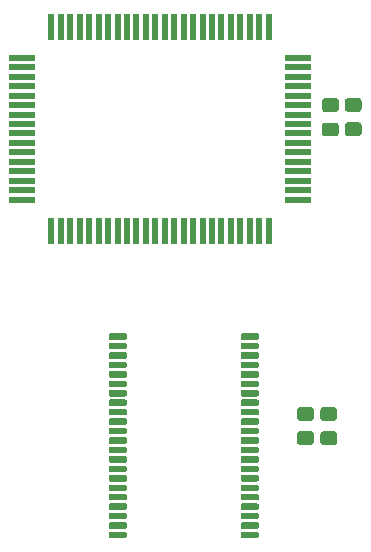
<source format=gtp>
%TF.GenerationSoftware,KiCad,Pcbnew,5.1.5+dfsg1-2build2*%
%TF.CreationDate,2023-12-12T18:10:08-06:00*%
%TF.ProjectId,2067-Z8S180,32303637-2d5a-4385-9331-38302e6b6963,rev?*%
%TF.SameCoordinates,Original*%
%TF.FileFunction,Paste,Top*%
%TF.FilePolarity,Positive*%
%FSLAX46Y46*%
G04 Gerber Fmt 4.6, Leading zero omitted, Abs format (unit mm)*
G04 Created by KiCad (PCBNEW 5.1.5+dfsg1-2build2) date 2023-12-12 18:10:08*
%MOMM*%
%LPD*%
G04 APERTURE LIST*
%ADD10R,2.300000X0.500000*%
%ADD11R,0.500000X2.300000*%
%ADD12C,0.100000*%
G04 APERTURE END LIST*
D10*
X109350000Y-78000000D03*
X109350000Y-77200000D03*
X109350000Y-76400000D03*
X109350000Y-75600000D03*
X109350000Y-74800000D03*
X109350000Y-74000000D03*
X109350000Y-73200000D03*
X109350000Y-72400000D03*
X109350000Y-71600000D03*
X109350000Y-70800000D03*
X109350000Y-70000000D03*
X109350000Y-69200000D03*
X109350000Y-68400000D03*
X109350000Y-67600000D03*
X109350000Y-66800000D03*
X109350000Y-66000000D03*
D11*
X111800000Y-63350000D03*
X112600000Y-63350000D03*
X113400000Y-63350000D03*
X114200000Y-63350000D03*
X115000000Y-63350000D03*
X115800000Y-63350000D03*
X116600000Y-63350000D03*
X117400000Y-63350000D03*
X118200000Y-63350000D03*
X119000000Y-63350000D03*
X119800000Y-63350000D03*
X120600000Y-63350000D03*
X121400000Y-63350000D03*
X122200000Y-63350000D03*
X123000000Y-63350000D03*
X123800000Y-63350000D03*
X124600000Y-63350000D03*
X125400000Y-63350000D03*
X126200000Y-63350000D03*
X127000000Y-63350000D03*
X127800000Y-63350000D03*
X128600000Y-63350000D03*
X129400000Y-63350000D03*
X130200000Y-63350000D03*
D10*
X132650000Y-66000000D03*
X132650000Y-66800000D03*
X132650000Y-67600000D03*
X132650000Y-68400000D03*
X132650000Y-69200000D03*
X132650000Y-70000000D03*
X132650000Y-70800000D03*
X132650000Y-71600000D03*
X132650000Y-72400000D03*
X132650000Y-73200000D03*
X132650000Y-74000000D03*
X132650000Y-74800000D03*
X132650000Y-75600000D03*
X132650000Y-76400000D03*
X132650000Y-77200000D03*
X132650000Y-78000000D03*
D11*
X130200000Y-80650000D03*
X129400000Y-80650000D03*
X128600000Y-80650000D03*
X127800000Y-80650000D03*
X127000000Y-80650000D03*
X126200000Y-80650000D03*
X125400000Y-80650000D03*
X124600000Y-80650000D03*
X123800000Y-80650000D03*
X123000000Y-80650000D03*
X122200000Y-80650000D03*
X121400000Y-80650000D03*
X120600000Y-80650000D03*
X119800000Y-80650000D03*
X119000000Y-80650000D03*
X118200000Y-80650000D03*
X117400000Y-80650000D03*
X116600000Y-80650000D03*
X115800000Y-80650000D03*
X115000000Y-80650000D03*
X114200000Y-80650000D03*
X113400000Y-80650000D03*
X112600000Y-80650000D03*
X111800000Y-80650000D03*
D12*
G36*
X137834505Y-69416204D02*
G01*
X137858773Y-69419804D01*
X137882572Y-69425765D01*
X137905671Y-69434030D01*
X137927850Y-69444520D01*
X137948893Y-69457132D01*
X137968599Y-69471747D01*
X137986777Y-69488223D01*
X138003253Y-69506401D01*
X138017868Y-69526107D01*
X138030480Y-69547150D01*
X138040970Y-69569329D01*
X138049235Y-69592428D01*
X138055196Y-69616227D01*
X138058796Y-69640495D01*
X138060000Y-69664999D01*
X138060000Y-70315001D01*
X138058796Y-70339505D01*
X138055196Y-70363773D01*
X138049235Y-70387572D01*
X138040970Y-70410671D01*
X138030480Y-70432850D01*
X138017868Y-70453893D01*
X138003253Y-70473599D01*
X137986777Y-70491777D01*
X137968599Y-70508253D01*
X137948893Y-70522868D01*
X137927850Y-70535480D01*
X137905671Y-70545970D01*
X137882572Y-70554235D01*
X137858773Y-70560196D01*
X137834505Y-70563796D01*
X137810001Y-70565000D01*
X136909999Y-70565000D01*
X136885495Y-70563796D01*
X136861227Y-70560196D01*
X136837428Y-70554235D01*
X136814329Y-70545970D01*
X136792150Y-70535480D01*
X136771107Y-70522868D01*
X136751401Y-70508253D01*
X136733223Y-70491777D01*
X136716747Y-70473599D01*
X136702132Y-70453893D01*
X136689520Y-70432850D01*
X136679030Y-70410671D01*
X136670765Y-70387572D01*
X136664804Y-70363773D01*
X136661204Y-70339505D01*
X136660000Y-70315001D01*
X136660000Y-69664999D01*
X136661204Y-69640495D01*
X136664804Y-69616227D01*
X136670765Y-69592428D01*
X136679030Y-69569329D01*
X136689520Y-69547150D01*
X136702132Y-69526107D01*
X136716747Y-69506401D01*
X136733223Y-69488223D01*
X136751401Y-69471747D01*
X136771107Y-69457132D01*
X136792150Y-69444520D01*
X136814329Y-69434030D01*
X136837428Y-69425765D01*
X136861227Y-69419804D01*
X136885495Y-69416204D01*
X136909999Y-69415000D01*
X137810001Y-69415000D01*
X137834505Y-69416204D01*
G37*
G36*
X137834505Y-71466204D02*
G01*
X137858773Y-71469804D01*
X137882572Y-71475765D01*
X137905671Y-71484030D01*
X137927850Y-71494520D01*
X137948893Y-71507132D01*
X137968599Y-71521747D01*
X137986777Y-71538223D01*
X138003253Y-71556401D01*
X138017868Y-71576107D01*
X138030480Y-71597150D01*
X138040970Y-71619329D01*
X138049235Y-71642428D01*
X138055196Y-71666227D01*
X138058796Y-71690495D01*
X138060000Y-71714999D01*
X138060000Y-72365001D01*
X138058796Y-72389505D01*
X138055196Y-72413773D01*
X138049235Y-72437572D01*
X138040970Y-72460671D01*
X138030480Y-72482850D01*
X138017868Y-72503893D01*
X138003253Y-72523599D01*
X137986777Y-72541777D01*
X137968599Y-72558253D01*
X137948893Y-72572868D01*
X137927850Y-72585480D01*
X137905671Y-72595970D01*
X137882572Y-72604235D01*
X137858773Y-72610196D01*
X137834505Y-72613796D01*
X137810001Y-72615000D01*
X136909999Y-72615000D01*
X136885495Y-72613796D01*
X136861227Y-72610196D01*
X136837428Y-72604235D01*
X136814329Y-72595970D01*
X136792150Y-72585480D01*
X136771107Y-72572868D01*
X136751401Y-72558253D01*
X136733223Y-72541777D01*
X136716747Y-72523599D01*
X136702132Y-72503893D01*
X136689520Y-72482850D01*
X136679030Y-72460671D01*
X136670765Y-72437572D01*
X136664804Y-72413773D01*
X136661204Y-72389505D01*
X136660000Y-72365001D01*
X136660000Y-71714999D01*
X136661204Y-71690495D01*
X136664804Y-71666227D01*
X136670765Y-71642428D01*
X136679030Y-71619329D01*
X136689520Y-71597150D01*
X136702132Y-71576107D01*
X136716747Y-71556401D01*
X136733223Y-71538223D01*
X136751401Y-71521747D01*
X136771107Y-71507132D01*
X136792150Y-71494520D01*
X136814329Y-71484030D01*
X136837428Y-71475765D01*
X136861227Y-71469804D01*
X136885495Y-71466204D01*
X136909999Y-71465000D01*
X137810001Y-71465000D01*
X137834505Y-71466204D01*
G37*
G36*
X135754505Y-95576204D02*
G01*
X135778773Y-95579804D01*
X135802572Y-95585765D01*
X135825671Y-95594030D01*
X135847850Y-95604520D01*
X135868893Y-95617132D01*
X135888599Y-95631747D01*
X135906777Y-95648223D01*
X135923253Y-95666401D01*
X135937868Y-95686107D01*
X135950480Y-95707150D01*
X135960970Y-95729329D01*
X135969235Y-95752428D01*
X135975196Y-95776227D01*
X135978796Y-95800495D01*
X135980000Y-95824999D01*
X135980000Y-96475001D01*
X135978796Y-96499505D01*
X135975196Y-96523773D01*
X135969235Y-96547572D01*
X135960970Y-96570671D01*
X135950480Y-96592850D01*
X135937868Y-96613893D01*
X135923253Y-96633599D01*
X135906777Y-96651777D01*
X135888599Y-96668253D01*
X135868893Y-96682868D01*
X135847850Y-96695480D01*
X135825671Y-96705970D01*
X135802572Y-96714235D01*
X135778773Y-96720196D01*
X135754505Y-96723796D01*
X135730001Y-96725000D01*
X134829999Y-96725000D01*
X134805495Y-96723796D01*
X134781227Y-96720196D01*
X134757428Y-96714235D01*
X134734329Y-96705970D01*
X134712150Y-96695480D01*
X134691107Y-96682868D01*
X134671401Y-96668253D01*
X134653223Y-96651777D01*
X134636747Y-96633599D01*
X134622132Y-96613893D01*
X134609520Y-96592850D01*
X134599030Y-96570671D01*
X134590765Y-96547572D01*
X134584804Y-96523773D01*
X134581204Y-96499505D01*
X134580000Y-96475001D01*
X134580000Y-95824999D01*
X134581204Y-95800495D01*
X134584804Y-95776227D01*
X134590765Y-95752428D01*
X134599030Y-95729329D01*
X134609520Y-95707150D01*
X134622132Y-95686107D01*
X134636747Y-95666401D01*
X134653223Y-95648223D01*
X134671401Y-95631747D01*
X134691107Y-95617132D01*
X134712150Y-95604520D01*
X134734329Y-95594030D01*
X134757428Y-95585765D01*
X134781227Y-95579804D01*
X134805495Y-95576204D01*
X134829999Y-95575000D01*
X135730001Y-95575000D01*
X135754505Y-95576204D01*
G37*
G36*
X135754505Y-97626204D02*
G01*
X135778773Y-97629804D01*
X135802572Y-97635765D01*
X135825671Y-97644030D01*
X135847850Y-97654520D01*
X135868893Y-97667132D01*
X135888599Y-97681747D01*
X135906777Y-97698223D01*
X135923253Y-97716401D01*
X135937868Y-97736107D01*
X135950480Y-97757150D01*
X135960970Y-97779329D01*
X135969235Y-97802428D01*
X135975196Y-97826227D01*
X135978796Y-97850495D01*
X135980000Y-97874999D01*
X135980000Y-98525001D01*
X135978796Y-98549505D01*
X135975196Y-98573773D01*
X135969235Y-98597572D01*
X135960970Y-98620671D01*
X135950480Y-98642850D01*
X135937868Y-98663893D01*
X135923253Y-98683599D01*
X135906777Y-98701777D01*
X135888599Y-98718253D01*
X135868893Y-98732868D01*
X135847850Y-98745480D01*
X135825671Y-98755970D01*
X135802572Y-98764235D01*
X135778773Y-98770196D01*
X135754505Y-98773796D01*
X135730001Y-98775000D01*
X134829999Y-98775000D01*
X134805495Y-98773796D01*
X134781227Y-98770196D01*
X134757428Y-98764235D01*
X134734329Y-98755970D01*
X134712150Y-98745480D01*
X134691107Y-98732868D01*
X134671401Y-98718253D01*
X134653223Y-98701777D01*
X134636747Y-98683599D01*
X134622132Y-98663893D01*
X134609520Y-98642850D01*
X134599030Y-98620671D01*
X134590765Y-98597572D01*
X134584804Y-98573773D01*
X134581204Y-98549505D01*
X134580000Y-98525001D01*
X134580000Y-97874999D01*
X134581204Y-97850495D01*
X134584804Y-97826227D01*
X134590765Y-97802428D01*
X134599030Y-97779329D01*
X134609520Y-97757150D01*
X134622132Y-97736107D01*
X134636747Y-97716401D01*
X134653223Y-97698223D01*
X134671401Y-97681747D01*
X134691107Y-97667132D01*
X134712150Y-97654520D01*
X134734329Y-97644030D01*
X134757428Y-97635765D01*
X134781227Y-97629804D01*
X134805495Y-97626204D01*
X134829999Y-97625000D01*
X135730001Y-97625000D01*
X135754505Y-97626204D01*
G37*
G36*
X135904505Y-69426204D02*
G01*
X135928773Y-69429804D01*
X135952572Y-69435765D01*
X135975671Y-69444030D01*
X135997850Y-69454520D01*
X136018893Y-69467132D01*
X136038599Y-69481747D01*
X136056777Y-69498223D01*
X136073253Y-69516401D01*
X136087868Y-69536107D01*
X136100480Y-69557150D01*
X136110970Y-69579329D01*
X136119235Y-69602428D01*
X136125196Y-69626227D01*
X136128796Y-69650495D01*
X136130000Y-69674999D01*
X136130000Y-70325001D01*
X136128796Y-70349505D01*
X136125196Y-70373773D01*
X136119235Y-70397572D01*
X136110970Y-70420671D01*
X136100480Y-70442850D01*
X136087868Y-70463893D01*
X136073253Y-70483599D01*
X136056777Y-70501777D01*
X136038599Y-70518253D01*
X136018893Y-70532868D01*
X135997850Y-70545480D01*
X135975671Y-70555970D01*
X135952572Y-70564235D01*
X135928773Y-70570196D01*
X135904505Y-70573796D01*
X135880001Y-70575000D01*
X134979999Y-70575000D01*
X134955495Y-70573796D01*
X134931227Y-70570196D01*
X134907428Y-70564235D01*
X134884329Y-70555970D01*
X134862150Y-70545480D01*
X134841107Y-70532868D01*
X134821401Y-70518253D01*
X134803223Y-70501777D01*
X134786747Y-70483599D01*
X134772132Y-70463893D01*
X134759520Y-70442850D01*
X134749030Y-70420671D01*
X134740765Y-70397572D01*
X134734804Y-70373773D01*
X134731204Y-70349505D01*
X134730000Y-70325001D01*
X134730000Y-69674999D01*
X134731204Y-69650495D01*
X134734804Y-69626227D01*
X134740765Y-69602428D01*
X134749030Y-69579329D01*
X134759520Y-69557150D01*
X134772132Y-69536107D01*
X134786747Y-69516401D01*
X134803223Y-69498223D01*
X134821401Y-69481747D01*
X134841107Y-69467132D01*
X134862150Y-69454520D01*
X134884329Y-69444030D01*
X134907428Y-69435765D01*
X134931227Y-69429804D01*
X134955495Y-69426204D01*
X134979999Y-69425000D01*
X135880001Y-69425000D01*
X135904505Y-69426204D01*
G37*
G36*
X135904505Y-71476204D02*
G01*
X135928773Y-71479804D01*
X135952572Y-71485765D01*
X135975671Y-71494030D01*
X135997850Y-71504520D01*
X136018893Y-71517132D01*
X136038599Y-71531747D01*
X136056777Y-71548223D01*
X136073253Y-71566401D01*
X136087868Y-71586107D01*
X136100480Y-71607150D01*
X136110970Y-71629329D01*
X136119235Y-71652428D01*
X136125196Y-71676227D01*
X136128796Y-71700495D01*
X136130000Y-71724999D01*
X136130000Y-72375001D01*
X136128796Y-72399505D01*
X136125196Y-72423773D01*
X136119235Y-72447572D01*
X136110970Y-72470671D01*
X136100480Y-72492850D01*
X136087868Y-72513893D01*
X136073253Y-72533599D01*
X136056777Y-72551777D01*
X136038599Y-72568253D01*
X136018893Y-72582868D01*
X135997850Y-72595480D01*
X135975671Y-72605970D01*
X135952572Y-72614235D01*
X135928773Y-72620196D01*
X135904505Y-72623796D01*
X135880001Y-72625000D01*
X134979999Y-72625000D01*
X134955495Y-72623796D01*
X134931227Y-72620196D01*
X134907428Y-72614235D01*
X134884329Y-72605970D01*
X134862150Y-72595480D01*
X134841107Y-72582868D01*
X134821401Y-72568253D01*
X134803223Y-72551777D01*
X134786747Y-72533599D01*
X134772132Y-72513893D01*
X134759520Y-72492850D01*
X134749030Y-72470671D01*
X134740765Y-72447572D01*
X134734804Y-72423773D01*
X134731204Y-72399505D01*
X134730000Y-72375001D01*
X134730000Y-71724999D01*
X134731204Y-71700495D01*
X134734804Y-71676227D01*
X134740765Y-71652428D01*
X134749030Y-71629329D01*
X134759520Y-71607150D01*
X134772132Y-71586107D01*
X134786747Y-71566401D01*
X134803223Y-71548223D01*
X134821401Y-71531747D01*
X134841107Y-71517132D01*
X134862150Y-71504520D01*
X134884329Y-71494030D01*
X134907428Y-71485765D01*
X134931227Y-71479804D01*
X134955495Y-71476204D01*
X134979999Y-71475000D01*
X135880001Y-71475000D01*
X135904505Y-71476204D01*
G37*
G36*
X133784505Y-95566204D02*
G01*
X133808773Y-95569804D01*
X133832572Y-95575765D01*
X133855671Y-95584030D01*
X133877850Y-95594520D01*
X133898893Y-95607132D01*
X133918599Y-95621747D01*
X133936777Y-95638223D01*
X133953253Y-95656401D01*
X133967868Y-95676107D01*
X133980480Y-95697150D01*
X133990970Y-95719329D01*
X133999235Y-95742428D01*
X134005196Y-95766227D01*
X134008796Y-95790495D01*
X134010000Y-95814999D01*
X134010000Y-96465001D01*
X134008796Y-96489505D01*
X134005196Y-96513773D01*
X133999235Y-96537572D01*
X133990970Y-96560671D01*
X133980480Y-96582850D01*
X133967868Y-96603893D01*
X133953253Y-96623599D01*
X133936777Y-96641777D01*
X133918599Y-96658253D01*
X133898893Y-96672868D01*
X133877850Y-96685480D01*
X133855671Y-96695970D01*
X133832572Y-96704235D01*
X133808773Y-96710196D01*
X133784505Y-96713796D01*
X133760001Y-96715000D01*
X132859999Y-96715000D01*
X132835495Y-96713796D01*
X132811227Y-96710196D01*
X132787428Y-96704235D01*
X132764329Y-96695970D01*
X132742150Y-96685480D01*
X132721107Y-96672868D01*
X132701401Y-96658253D01*
X132683223Y-96641777D01*
X132666747Y-96623599D01*
X132652132Y-96603893D01*
X132639520Y-96582850D01*
X132629030Y-96560671D01*
X132620765Y-96537572D01*
X132614804Y-96513773D01*
X132611204Y-96489505D01*
X132610000Y-96465001D01*
X132610000Y-95814999D01*
X132611204Y-95790495D01*
X132614804Y-95766227D01*
X132620765Y-95742428D01*
X132629030Y-95719329D01*
X132639520Y-95697150D01*
X132652132Y-95676107D01*
X132666747Y-95656401D01*
X132683223Y-95638223D01*
X132701401Y-95621747D01*
X132721107Y-95607132D01*
X132742150Y-95594520D01*
X132764329Y-95584030D01*
X132787428Y-95575765D01*
X132811227Y-95569804D01*
X132835495Y-95566204D01*
X132859999Y-95565000D01*
X133760001Y-95565000D01*
X133784505Y-95566204D01*
G37*
G36*
X133784505Y-97616204D02*
G01*
X133808773Y-97619804D01*
X133832572Y-97625765D01*
X133855671Y-97634030D01*
X133877850Y-97644520D01*
X133898893Y-97657132D01*
X133918599Y-97671747D01*
X133936777Y-97688223D01*
X133953253Y-97706401D01*
X133967868Y-97726107D01*
X133980480Y-97747150D01*
X133990970Y-97769329D01*
X133999235Y-97792428D01*
X134005196Y-97816227D01*
X134008796Y-97840495D01*
X134010000Y-97864999D01*
X134010000Y-98515001D01*
X134008796Y-98539505D01*
X134005196Y-98563773D01*
X133999235Y-98587572D01*
X133990970Y-98610671D01*
X133980480Y-98632850D01*
X133967868Y-98653893D01*
X133953253Y-98673599D01*
X133936777Y-98691777D01*
X133918599Y-98708253D01*
X133898893Y-98722868D01*
X133877850Y-98735480D01*
X133855671Y-98745970D01*
X133832572Y-98754235D01*
X133808773Y-98760196D01*
X133784505Y-98763796D01*
X133760001Y-98765000D01*
X132859999Y-98765000D01*
X132835495Y-98763796D01*
X132811227Y-98760196D01*
X132787428Y-98754235D01*
X132764329Y-98745970D01*
X132742150Y-98735480D01*
X132721107Y-98722868D01*
X132701401Y-98708253D01*
X132683223Y-98691777D01*
X132666747Y-98673599D01*
X132652132Y-98653893D01*
X132639520Y-98632850D01*
X132629030Y-98610671D01*
X132620765Y-98587572D01*
X132614804Y-98563773D01*
X132611204Y-98539505D01*
X132610000Y-98515001D01*
X132610000Y-97864999D01*
X132611204Y-97840495D01*
X132614804Y-97816227D01*
X132620765Y-97792428D01*
X132629030Y-97769329D01*
X132639520Y-97747150D01*
X132652132Y-97726107D01*
X132666747Y-97706401D01*
X132683223Y-97688223D01*
X132701401Y-97671747D01*
X132721107Y-97657132D01*
X132742150Y-97644520D01*
X132764329Y-97634030D01*
X132787428Y-97625765D01*
X132811227Y-97619804D01*
X132835495Y-97616204D01*
X132859999Y-97615000D01*
X133760001Y-97615000D01*
X133784505Y-97616204D01*
G37*
G36*
X129225977Y-89325662D02*
G01*
X129239325Y-89327642D01*
X129252414Y-89330921D01*
X129265119Y-89335467D01*
X129277317Y-89341236D01*
X129288891Y-89348173D01*
X129299729Y-89356211D01*
X129309727Y-89365273D01*
X129318789Y-89375271D01*
X129326827Y-89386109D01*
X129333764Y-89397683D01*
X129339533Y-89409881D01*
X129344079Y-89422586D01*
X129347358Y-89435675D01*
X129349338Y-89449023D01*
X129350000Y-89462500D01*
X129350000Y-89737500D01*
X129349338Y-89750977D01*
X129347358Y-89764325D01*
X129344079Y-89777414D01*
X129339533Y-89790119D01*
X129333764Y-89802317D01*
X129326827Y-89813891D01*
X129318789Y-89824729D01*
X129309727Y-89834727D01*
X129299729Y-89843789D01*
X129288891Y-89851827D01*
X129277317Y-89858764D01*
X129265119Y-89864533D01*
X129252414Y-89869079D01*
X129239325Y-89872358D01*
X129225977Y-89874338D01*
X129212500Y-89875000D01*
X127962500Y-89875000D01*
X127949023Y-89874338D01*
X127935675Y-89872358D01*
X127922586Y-89869079D01*
X127909881Y-89864533D01*
X127897683Y-89858764D01*
X127886109Y-89851827D01*
X127875271Y-89843789D01*
X127865273Y-89834727D01*
X127856211Y-89824729D01*
X127848173Y-89813891D01*
X127841236Y-89802317D01*
X127835467Y-89790119D01*
X127830921Y-89777414D01*
X127827642Y-89764325D01*
X127825662Y-89750977D01*
X127825000Y-89737500D01*
X127825000Y-89462500D01*
X127825662Y-89449023D01*
X127827642Y-89435675D01*
X127830921Y-89422586D01*
X127835467Y-89409881D01*
X127841236Y-89397683D01*
X127848173Y-89386109D01*
X127856211Y-89375271D01*
X127865273Y-89365273D01*
X127875271Y-89356211D01*
X127886109Y-89348173D01*
X127897683Y-89341236D01*
X127909881Y-89335467D01*
X127922586Y-89330921D01*
X127935675Y-89327642D01*
X127949023Y-89325662D01*
X127962500Y-89325000D01*
X129212500Y-89325000D01*
X129225977Y-89325662D01*
G37*
G36*
X129225977Y-90125662D02*
G01*
X129239325Y-90127642D01*
X129252414Y-90130921D01*
X129265119Y-90135467D01*
X129277317Y-90141236D01*
X129288891Y-90148173D01*
X129299729Y-90156211D01*
X129309727Y-90165273D01*
X129318789Y-90175271D01*
X129326827Y-90186109D01*
X129333764Y-90197683D01*
X129339533Y-90209881D01*
X129344079Y-90222586D01*
X129347358Y-90235675D01*
X129349338Y-90249023D01*
X129350000Y-90262500D01*
X129350000Y-90537500D01*
X129349338Y-90550977D01*
X129347358Y-90564325D01*
X129344079Y-90577414D01*
X129339533Y-90590119D01*
X129333764Y-90602317D01*
X129326827Y-90613891D01*
X129318789Y-90624729D01*
X129309727Y-90634727D01*
X129299729Y-90643789D01*
X129288891Y-90651827D01*
X129277317Y-90658764D01*
X129265119Y-90664533D01*
X129252414Y-90669079D01*
X129239325Y-90672358D01*
X129225977Y-90674338D01*
X129212500Y-90675000D01*
X127962500Y-90675000D01*
X127949023Y-90674338D01*
X127935675Y-90672358D01*
X127922586Y-90669079D01*
X127909881Y-90664533D01*
X127897683Y-90658764D01*
X127886109Y-90651827D01*
X127875271Y-90643789D01*
X127865273Y-90634727D01*
X127856211Y-90624729D01*
X127848173Y-90613891D01*
X127841236Y-90602317D01*
X127835467Y-90590119D01*
X127830921Y-90577414D01*
X127827642Y-90564325D01*
X127825662Y-90550977D01*
X127825000Y-90537500D01*
X127825000Y-90262500D01*
X127825662Y-90249023D01*
X127827642Y-90235675D01*
X127830921Y-90222586D01*
X127835467Y-90209881D01*
X127841236Y-90197683D01*
X127848173Y-90186109D01*
X127856211Y-90175271D01*
X127865273Y-90165273D01*
X127875271Y-90156211D01*
X127886109Y-90148173D01*
X127897683Y-90141236D01*
X127909881Y-90135467D01*
X127922586Y-90130921D01*
X127935675Y-90127642D01*
X127949023Y-90125662D01*
X127962500Y-90125000D01*
X129212500Y-90125000D01*
X129225977Y-90125662D01*
G37*
G36*
X129225977Y-90925662D02*
G01*
X129239325Y-90927642D01*
X129252414Y-90930921D01*
X129265119Y-90935467D01*
X129277317Y-90941236D01*
X129288891Y-90948173D01*
X129299729Y-90956211D01*
X129309727Y-90965273D01*
X129318789Y-90975271D01*
X129326827Y-90986109D01*
X129333764Y-90997683D01*
X129339533Y-91009881D01*
X129344079Y-91022586D01*
X129347358Y-91035675D01*
X129349338Y-91049023D01*
X129350000Y-91062500D01*
X129350000Y-91337500D01*
X129349338Y-91350977D01*
X129347358Y-91364325D01*
X129344079Y-91377414D01*
X129339533Y-91390119D01*
X129333764Y-91402317D01*
X129326827Y-91413891D01*
X129318789Y-91424729D01*
X129309727Y-91434727D01*
X129299729Y-91443789D01*
X129288891Y-91451827D01*
X129277317Y-91458764D01*
X129265119Y-91464533D01*
X129252414Y-91469079D01*
X129239325Y-91472358D01*
X129225977Y-91474338D01*
X129212500Y-91475000D01*
X127962500Y-91475000D01*
X127949023Y-91474338D01*
X127935675Y-91472358D01*
X127922586Y-91469079D01*
X127909881Y-91464533D01*
X127897683Y-91458764D01*
X127886109Y-91451827D01*
X127875271Y-91443789D01*
X127865273Y-91434727D01*
X127856211Y-91424729D01*
X127848173Y-91413891D01*
X127841236Y-91402317D01*
X127835467Y-91390119D01*
X127830921Y-91377414D01*
X127827642Y-91364325D01*
X127825662Y-91350977D01*
X127825000Y-91337500D01*
X127825000Y-91062500D01*
X127825662Y-91049023D01*
X127827642Y-91035675D01*
X127830921Y-91022586D01*
X127835467Y-91009881D01*
X127841236Y-90997683D01*
X127848173Y-90986109D01*
X127856211Y-90975271D01*
X127865273Y-90965273D01*
X127875271Y-90956211D01*
X127886109Y-90948173D01*
X127897683Y-90941236D01*
X127909881Y-90935467D01*
X127922586Y-90930921D01*
X127935675Y-90927642D01*
X127949023Y-90925662D01*
X127962500Y-90925000D01*
X129212500Y-90925000D01*
X129225977Y-90925662D01*
G37*
G36*
X129225977Y-91725662D02*
G01*
X129239325Y-91727642D01*
X129252414Y-91730921D01*
X129265119Y-91735467D01*
X129277317Y-91741236D01*
X129288891Y-91748173D01*
X129299729Y-91756211D01*
X129309727Y-91765273D01*
X129318789Y-91775271D01*
X129326827Y-91786109D01*
X129333764Y-91797683D01*
X129339533Y-91809881D01*
X129344079Y-91822586D01*
X129347358Y-91835675D01*
X129349338Y-91849023D01*
X129350000Y-91862500D01*
X129350000Y-92137500D01*
X129349338Y-92150977D01*
X129347358Y-92164325D01*
X129344079Y-92177414D01*
X129339533Y-92190119D01*
X129333764Y-92202317D01*
X129326827Y-92213891D01*
X129318789Y-92224729D01*
X129309727Y-92234727D01*
X129299729Y-92243789D01*
X129288891Y-92251827D01*
X129277317Y-92258764D01*
X129265119Y-92264533D01*
X129252414Y-92269079D01*
X129239325Y-92272358D01*
X129225977Y-92274338D01*
X129212500Y-92275000D01*
X127962500Y-92275000D01*
X127949023Y-92274338D01*
X127935675Y-92272358D01*
X127922586Y-92269079D01*
X127909881Y-92264533D01*
X127897683Y-92258764D01*
X127886109Y-92251827D01*
X127875271Y-92243789D01*
X127865273Y-92234727D01*
X127856211Y-92224729D01*
X127848173Y-92213891D01*
X127841236Y-92202317D01*
X127835467Y-92190119D01*
X127830921Y-92177414D01*
X127827642Y-92164325D01*
X127825662Y-92150977D01*
X127825000Y-92137500D01*
X127825000Y-91862500D01*
X127825662Y-91849023D01*
X127827642Y-91835675D01*
X127830921Y-91822586D01*
X127835467Y-91809881D01*
X127841236Y-91797683D01*
X127848173Y-91786109D01*
X127856211Y-91775271D01*
X127865273Y-91765273D01*
X127875271Y-91756211D01*
X127886109Y-91748173D01*
X127897683Y-91741236D01*
X127909881Y-91735467D01*
X127922586Y-91730921D01*
X127935675Y-91727642D01*
X127949023Y-91725662D01*
X127962500Y-91725000D01*
X129212500Y-91725000D01*
X129225977Y-91725662D01*
G37*
G36*
X129225977Y-92525662D02*
G01*
X129239325Y-92527642D01*
X129252414Y-92530921D01*
X129265119Y-92535467D01*
X129277317Y-92541236D01*
X129288891Y-92548173D01*
X129299729Y-92556211D01*
X129309727Y-92565273D01*
X129318789Y-92575271D01*
X129326827Y-92586109D01*
X129333764Y-92597683D01*
X129339533Y-92609881D01*
X129344079Y-92622586D01*
X129347358Y-92635675D01*
X129349338Y-92649023D01*
X129350000Y-92662500D01*
X129350000Y-92937500D01*
X129349338Y-92950977D01*
X129347358Y-92964325D01*
X129344079Y-92977414D01*
X129339533Y-92990119D01*
X129333764Y-93002317D01*
X129326827Y-93013891D01*
X129318789Y-93024729D01*
X129309727Y-93034727D01*
X129299729Y-93043789D01*
X129288891Y-93051827D01*
X129277317Y-93058764D01*
X129265119Y-93064533D01*
X129252414Y-93069079D01*
X129239325Y-93072358D01*
X129225977Y-93074338D01*
X129212500Y-93075000D01*
X127962500Y-93075000D01*
X127949023Y-93074338D01*
X127935675Y-93072358D01*
X127922586Y-93069079D01*
X127909881Y-93064533D01*
X127897683Y-93058764D01*
X127886109Y-93051827D01*
X127875271Y-93043789D01*
X127865273Y-93034727D01*
X127856211Y-93024729D01*
X127848173Y-93013891D01*
X127841236Y-93002317D01*
X127835467Y-92990119D01*
X127830921Y-92977414D01*
X127827642Y-92964325D01*
X127825662Y-92950977D01*
X127825000Y-92937500D01*
X127825000Y-92662500D01*
X127825662Y-92649023D01*
X127827642Y-92635675D01*
X127830921Y-92622586D01*
X127835467Y-92609881D01*
X127841236Y-92597683D01*
X127848173Y-92586109D01*
X127856211Y-92575271D01*
X127865273Y-92565273D01*
X127875271Y-92556211D01*
X127886109Y-92548173D01*
X127897683Y-92541236D01*
X127909881Y-92535467D01*
X127922586Y-92530921D01*
X127935675Y-92527642D01*
X127949023Y-92525662D01*
X127962500Y-92525000D01*
X129212500Y-92525000D01*
X129225977Y-92525662D01*
G37*
G36*
X129225977Y-93325662D02*
G01*
X129239325Y-93327642D01*
X129252414Y-93330921D01*
X129265119Y-93335467D01*
X129277317Y-93341236D01*
X129288891Y-93348173D01*
X129299729Y-93356211D01*
X129309727Y-93365273D01*
X129318789Y-93375271D01*
X129326827Y-93386109D01*
X129333764Y-93397683D01*
X129339533Y-93409881D01*
X129344079Y-93422586D01*
X129347358Y-93435675D01*
X129349338Y-93449023D01*
X129350000Y-93462500D01*
X129350000Y-93737500D01*
X129349338Y-93750977D01*
X129347358Y-93764325D01*
X129344079Y-93777414D01*
X129339533Y-93790119D01*
X129333764Y-93802317D01*
X129326827Y-93813891D01*
X129318789Y-93824729D01*
X129309727Y-93834727D01*
X129299729Y-93843789D01*
X129288891Y-93851827D01*
X129277317Y-93858764D01*
X129265119Y-93864533D01*
X129252414Y-93869079D01*
X129239325Y-93872358D01*
X129225977Y-93874338D01*
X129212500Y-93875000D01*
X127962500Y-93875000D01*
X127949023Y-93874338D01*
X127935675Y-93872358D01*
X127922586Y-93869079D01*
X127909881Y-93864533D01*
X127897683Y-93858764D01*
X127886109Y-93851827D01*
X127875271Y-93843789D01*
X127865273Y-93834727D01*
X127856211Y-93824729D01*
X127848173Y-93813891D01*
X127841236Y-93802317D01*
X127835467Y-93790119D01*
X127830921Y-93777414D01*
X127827642Y-93764325D01*
X127825662Y-93750977D01*
X127825000Y-93737500D01*
X127825000Y-93462500D01*
X127825662Y-93449023D01*
X127827642Y-93435675D01*
X127830921Y-93422586D01*
X127835467Y-93409881D01*
X127841236Y-93397683D01*
X127848173Y-93386109D01*
X127856211Y-93375271D01*
X127865273Y-93365273D01*
X127875271Y-93356211D01*
X127886109Y-93348173D01*
X127897683Y-93341236D01*
X127909881Y-93335467D01*
X127922586Y-93330921D01*
X127935675Y-93327642D01*
X127949023Y-93325662D01*
X127962500Y-93325000D01*
X129212500Y-93325000D01*
X129225977Y-93325662D01*
G37*
G36*
X129225977Y-94125662D02*
G01*
X129239325Y-94127642D01*
X129252414Y-94130921D01*
X129265119Y-94135467D01*
X129277317Y-94141236D01*
X129288891Y-94148173D01*
X129299729Y-94156211D01*
X129309727Y-94165273D01*
X129318789Y-94175271D01*
X129326827Y-94186109D01*
X129333764Y-94197683D01*
X129339533Y-94209881D01*
X129344079Y-94222586D01*
X129347358Y-94235675D01*
X129349338Y-94249023D01*
X129350000Y-94262500D01*
X129350000Y-94537500D01*
X129349338Y-94550977D01*
X129347358Y-94564325D01*
X129344079Y-94577414D01*
X129339533Y-94590119D01*
X129333764Y-94602317D01*
X129326827Y-94613891D01*
X129318789Y-94624729D01*
X129309727Y-94634727D01*
X129299729Y-94643789D01*
X129288891Y-94651827D01*
X129277317Y-94658764D01*
X129265119Y-94664533D01*
X129252414Y-94669079D01*
X129239325Y-94672358D01*
X129225977Y-94674338D01*
X129212500Y-94675000D01*
X127962500Y-94675000D01*
X127949023Y-94674338D01*
X127935675Y-94672358D01*
X127922586Y-94669079D01*
X127909881Y-94664533D01*
X127897683Y-94658764D01*
X127886109Y-94651827D01*
X127875271Y-94643789D01*
X127865273Y-94634727D01*
X127856211Y-94624729D01*
X127848173Y-94613891D01*
X127841236Y-94602317D01*
X127835467Y-94590119D01*
X127830921Y-94577414D01*
X127827642Y-94564325D01*
X127825662Y-94550977D01*
X127825000Y-94537500D01*
X127825000Y-94262500D01*
X127825662Y-94249023D01*
X127827642Y-94235675D01*
X127830921Y-94222586D01*
X127835467Y-94209881D01*
X127841236Y-94197683D01*
X127848173Y-94186109D01*
X127856211Y-94175271D01*
X127865273Y-94165273D01*
X127875271Y-94156211D01*
X127886109Y-94148173D01*
X127897683Y-94141236D01*
X127909881Y-94135467D01*
X127922586Y-94130921D01*
X127935675Y-94127642D01*
X127949023Y-94125662D01*
X127962500Y-94125000D01*
X129212500Y-94125000D01*
X129225977Y-94125662D01*
G37*
G36*
X129225977Y-94925662D02*
G01*
X129239325Y-94927642D01*
X129252414Y-94930921D01*
X129265119Y-94935467D01*
X129277317Y-94941236D01*
X129288891Y-94948173D01*
X129299729Y-94956211D01*
X129309727Y-94965273D01*
X129318789Y-94975271D01*
X129326827Y-94986109D01*
X129333764Y-94997683D01*
X129339533Y-95009881D01*
X129344079Y-95022586D01*
X129347358Y-95035675D01*
X129349338Y-95049023D01*
X129350000Y-95062500D01*
X129350000Y-95337500D01*
X129349338Y-95350977D01*
X129347358Y-95364325D01*
X129344079Y-95377414D01*
X129339533Y-95390119D01*
X129333764Y-95402317D01*
X129326827Y-95413891D01*
X129318789Y-95424729D01*
X129309727Y-95434727D01*
X129299729Y-95443789D01*
X129288891Y-95451827D01*
X129277317Y-95458764D01*
X129265119Y-95464533D01*
X129252414Y-95469079D01*
X129239325Y-95472358D01*
X129225977Y-95474338D01*
X129212500Y-95475000D01*
X127962500Y-95475000D01*
X127949023Y-95474338D01*
X127935675Y-95472358D01*
X127922586Y-95469079D01*
X127909881Y-95464533D01*
X127897683Y-95458764D01*
X127886109Y-95451827D01*
X127875271Y-95443789D01*
X127865273Y-95434727D01*
X127856211Y-95424729D01*
X127848173Y-95413891D01*
X127841236Y-95402317D01*
X127835467Y-95390119D01*
X127830921Y-95377414D01*
X127827642Y-95364325D01*
X127825662Y-95350977D01*
X127825000Y-95337500D01*
X127825000Y-95062500D01*
X127825662Y-95049023D01*
X127827642Y-95035675D01*
X127830921Y-95022586D01*
X127835467Y-95009881D01*
X127841236Y-94997683D01*
X127848173Y-94986109D01*
X127856211Y-94975271D01*
X127865273Y-94965273D01*
X127875271Y-94956211D01*
X127886109Y-94948173D01*
X127897683Y-94941236D01*
X127909881Y-94935467D01*
X127922586Y-94930921D01*
X127935675Y-94927642D01*
X127949023Y-94925662D01*
X127962500Y-94925000D01*
X129212500Y-94925000D01*
X129225977Y-94925662D01*
G37*
G36*
X129225977Y-95725662D02*
G01*
X129239325Y-95727642D01*
X129252414Y-95730921D01*
X129265119Y-95735467D01*
X129277317Y-95741236D01*
X129288891Y-95748173D01*
X129299729Y-95756211D01*
X129309727Y-95765273D01*
X129318789Y-95775271D01*
X129326827Y-95786109D01*
X129333764Y-95797683D01*
X129339533Y-95809881D01*
X129344079Y-95822586D01*
X129347358Y-95835675D01*
X129349338Y-95849023D01*
X129350000Y-95862500D01*
X129350000Y-96137500D01*
X129349338Y-96150977D01*
X129347358Y-96164325D01*
X129344079Y-96177414D01*
X129339533Y-96190119D01*
X129333764Y-96202317D01*
X129326827Y-96213891D01*
X129318789Y-96224729D01*
X129309727Y-96234727D01*
X129299729Y-96243789D01*
X129288891Y-96251827D01*
X129277317Y-96258764D01*
X129265119Y-96264533D01*
X129252414Y-96269079D01*
X129239325Y-96272358D01*
X129225977Y-96274338D01*
X129212500Y-96275000D01*
X127962500Y-96275000D01*
X127949023Y-96274338D01*
X127935675Y-96272358D01*
X127922586Y-96269079D01*
X127909881Y-96264533D01*
X127897683Y-96258764D01*
X127886109Y-96251827D01*
X127875271Y-96243789D01*
X127865273Y-96234727D01*
X127856211Y-96224729D01*
X127848173Y-96213891D01*
X127841236Y-96202317D01*
X127835467Y-96190119D01*
X127830921Y-96177414D01*
X127827642Y-96164325D01*
X127825662Y-96150977D01*
X127825000Y-96137500D01*
X127825000Y-95862500D01*
X127825662Y-95849023D01*
X127827642Y-95835675D01*
X127830921Y-95822586D01*
X127835467Y-95809881D01*
X127841236Y-95797683D01*
X127848173Y-95786109D01*
X127856211Y-95775271D01*
X127865273Y-95765273D01*
X127875271Y-95756211D01*
X127886109Y-95748173D01*
X127897683Y-95741236D01*
X127909881Y-95735467D01*
X127922586Y-95730921D01*
X127935675Y-95727642D01*
X127949023Y-95725662D01*
X127962500Y-95725000D01*
X129212500Y-95725000D01*
X129225977Y-95725662D01*
G37*
G36*
X129225977Y-96525662D02*
G01*
X129239325Y-96527642D01*
X129252414Y-96530921D01*
X129265119Y-96535467D01*
X129277317Y-96541236D01*
X129288891Y-96548173D01*
X129299729Y-96556211D01*
X129309727Y-96565273D01*
X129318789Y-96575271D01*
X129326827Y-96586109D01*
X129333764Y-96597683D01*
X129339533Y-96609881D01*
X129344079Y-96622586D01*
X129347358Y-96635675D01*
X129349338Y-96649023D01*
X129350000Y-96662500D01*
X129350000Y-96937500D01*
X129349338Y-96950977D01*
X129347358Y-96964325D01*
X129344079Y-96977414D01*
X129339533Y-96990119D01*
X129333764Y-97002317D01*
X129326827Y-97013891D01*
X129318789Y-97024729D01*
X129309727Y-97034727D01*
X129299729Y-97043789D01*
X129288891Y-97051827D01*
X129277317Y-97058764D01*
X129265119Y-97064533D01*
X129252414Y-97069079D01*
X129239325Y-97072358D01*
X129225977Y-97074338D01*
X129212500Y-97075000D01*
X127962500Y-97075000D01*
X127949023Y-97074338D01*
X127935675Y-97072358D01*
X127922586Y-97069079D01*
X127909881Y-97064533D01*
X127897683Y-97058764D01*
X127886109Y-97051827D01*
X127875271Y-97043789D01*
X127865273Y-97034727D01*
X127856211Y-97024729D01*
X127848173Y-97013891D01*
X127841236Y-97002317D01*
X127835467Y-96990119D01*
X127830921Y-96977414D01*
X127827642Y-96964325D01*
X127825662Y-96950977D01*
X127825000Y-96937500D01*
X127825000Y-96662500D01*
X127825662Y-96649023D01*
X127827642Y-96635675D01*
X127830921Y-96622586D01*
X127835467Y-96609881D01*
X127841236Y-96597683D01*
X127848173Y-96586109D01*
X127856211Y-96575271D01*
X127865273Y-96565273D01*
X127875271Y-96556211D01*
X127886109Y-96548173D01*
X127897683Y-96541236D01*
X127909881Y-96535467D01*
X127922586Y-96530921D01*
X127935675Y-96527642D01*
X127949023Y-96525662D01*
X127962500Y-96525000D01*
X129212500Y-96525000D01*
X129225977Y-96525662D01*
G37*
G36*
X129225977Y-97325662D02*
G01*
X129239325Y-97327642D01*
X129252414Y-97330921D01*
X129265119Y-97335467D01*
X129277317Y-97341236D01*
X129288891Y-97348173D01*
X129299729Y-97356211D01*
X129309727Y-97365273D01*
X129318789Y-97375271D01*
X129326827Y-97386109D01*
X129333764Y-97397683D01*
X129339533Y-97409881D01*
X129344079Y-97422586D01*
X129347358Y-97435675D01*
X129349338Y-97449023D01*
X129350000Y-97462500D01*
X129350000Y-97737500D01*
X129349338Y-97750977D01*
X129347358Y-97764325D01*
X129344079Y-97777414D01*
X129339533Y-97790119D01*
X129333764Y-97802317D01*
X129326827Y-97813891D01*
X129318789Y-97824729D01*
X129309727Y-97834727D01*
X129299729Y-97843789D01*
X129288891Y-97851827D01*
X129277317Y-97858764D01*
X129265119Y-97864533D01*
X129252414Y-97869079D01*
X129239325Y-97872358D01*
X129225977Y-97874338D01*
X129212500Y-97875000D01*
X127962500Y-97875000D01*
X127949023Y-97874338D01*
X127935675Y-97872358D01*
X127922586Y-97869079D01*
X127909881Y-97864533D01*
X127897683Y-97858764D01*
X127886109Y-97851827D01*
X127875271Y-97843789D01*
X127865273Y-97834727D01*
X127856211Y-97824729D01*
X127848173Y-97813891D01*
X127841236Y-97802317D01*
X127835467Y-97790119D01*
X127830921Y-97777414D01*
X127827642Y-97764325D01*
X127825662Y-97750977D01*
X127825000Y-97737500D01*
X127825000Y-97462500D01*
X127825662Y-97449023D01*
X127827642Y-97435675D01*
X127830921Y-97422586D01*
X127835467Y-97409881D01*
X127841236Y-97397683D01*
X127848173Y-97386109D01*
X127856211Y-97375271D01*
X127865273Y-97365273D01*
X127875271Y-97356211D01*
X127886109Y-97348173D01*
X127897683Y-97341236D01*
X127909881Y-97335467D01*
X127922586Y-97330921D01*
X127935675Y-97327642D01*
X127949023Y-97325662D01*
X127962500Y-97325000D01*
X129212500Y-97325000D01*
X129225977Y-97325662D01*
G37*
G36*
X129225977Y-98125662D02*
G01*
X129239325Y-98127642D01*
X129252414Y-98130921D01*
X129265119Y-98135467D01*
X129277317Y-98141236D01*
X129288891Y-98148173D01*
X129299729Y-98156211D01*
X129309727Y-98165273D01*
X129318789Y-98175271D01*
X129326827Y-98186109D01*
X129333764Y-98197683D01*
X129339533Y-98209881D01*
X129344079Y-98222586D01*
X129347358Y-98235675D01*
X129349338Y-98249023D01*
X129350000Y-98262500D01*
X129350000Y-98537500D01*
X129349338Y-98550977D01*
X129347358Y-98564325D01*
X129344079Y-98577414D01*
X129339533Y-98590119D01*
X129333764Y-98602317D01*
X129326827Y-98613891D01*
X129318789Y-98624729D01*
X129309727Y-98634727D01*
X129299729Y-98643789D01*
X129288891Y-98651827D01*
X129277317Y-98658764D01*
X129265119Y-98664533D01*
X129252414Y-98669079D01*
X129239325Y-98672358D01*
X129225977Y-98674338D01*
X129212500Y-98675000D01*
X127962500Y-98675000D01*
X127949023Y-98674338D01*
X127935675Y-98672358D01*
X127922586Y-98669079D01*
X127909881Y-98664533D01*
X127897683Y-98658764D01*
X127886109Y-98651827D01*
X127875271Y-98643789D01*
X127865273Y-98634727D01*
X127856211Y-98624729D01*
X127848173Y-98613891D01*
X127841236Y-98602317D01*
X127835467Y-98590119D01*
X127830921Y-98577414D01*
X127827642Y-98564325D01*
X127825662Y-98550977D01*
X127825000Y-98537500D01*
X127825000Y-98262500D01*
X127825662Y-98249023D01*
X127827642Y-98235675D01*
X127830921Y-98222586D01*
X127835467Y-98209881D01*
X127841236Y-98197683D01*
X127848173Y-98186109D01*
X127856211Y-98175271D01*
X127865273Y-98165273D01*
X127875271Y-98156211D01*
X127886109Y-98148173D01*
X127897683Y-98141236D01*
X127909881Y-98135467D01*
X127922586Y-98130921D01*
X127935675Y-98127642D01*
X127949023Y-98125662D01*
X127962500Y-98125000D01*
X129212500Y-98125000D01*
X129225977Y-98125662D01*
G37*
G36*
X129225977Y-98925662D02*
G01*
X129239325Y-98927642D01*
X129252414Y-98930921D01*
X129265119Y-98935467D01*
X129277317Y-98941236D01*
X129288891Y-98948173D01*
X129299729Y-98956211D01*
X129309727Y-98965273D01*
X129318789Y-98975271D01*
X129326827Y-98986109D01*
X129333764Y-98997683D01*
X129339533Y-99009881D01*
X129344079Y-99022586D01*
X129347358Y-99035675D01*
X129349338Y-99049023D01*
X129350000Y-99062500D01*
X129350000Y-99337500D01*
X129349338Y-99350977D01*
X129347358Y-99364325D01*
X129344079Y-99377414D01*
X129339533Y-99390119D01*
X129333764Y-99402317D01*
X129326827Y-99413891D01*
X129318789Y-99424729D01*
X129309727Y-99434727D01*
X129299729Y-99443789D01*
X129288891Y-99451827D01*
X129277317Y-99458764D01*
X129265119Y-99464533D01*
X129252414Y-99469079D01*
X129239325Y-99472358D01*
X129225977Y-99474338D01*
X129212500Y-99475000D01*
X127962500Y-99475000D01*
X127949023Y-99474338D01*
X127935675Y-99472358D01*
X127922586Y-99469079D01*
X127909881Y-99464533D01*
X127897683Y-99458764D01*
X127886109Y-99451827D01*
X127875271Y-99443789D01*
X127865273Y-99434727D01*
X127856211Y-99424729D01*
X127848173Y-99413891D01*
X127841236Y-99402317D01*
X127835467Y-99390119D01*
X127830921Y-99377414D01*
X127827642Y-99364325D01*
X127825662Y-99350977D01*
X127825000Y-99337500D01*
X127825000Y-99062500D01*
X127825662Y-99049023D01*
X127827642Y-99035675D01*
X127830921Y-99022586D01*
X127835467Y-99009881D01*
X127841236Y-98997683D01*
X127848173Y-98986109D01*
X127856211Y-98975271D01*
X127865273Y-98965273D01*
X127875271Y-98956211D01*
X127886109Y-98948173D01*
X127897683Y-98941236D01*
X127909881Y-98935467D01*
X127922586Y-98930921D01*
X127935675Y-98927642D01*
X127949023Y-98925662D01*
X127962500Y-98925000D01*
X129212500Y-98925000D01*
X129225977Y-98925662D01*
G37*
G36*
X129225977Y-99725662D02*
G01*
X129239325Y-99727642D01*
X129252414Y-99730921D01*
X129265119Y-99735467D01*
X129277317Y-99741236D01*
X129288891Y-99748173D01*
X129299729Y-99756211D01*
X129309727Y-99765273D01*
X129318789Y-99775271D01*
X129326827Y-99786109D01*
X129333764Y-99797683D01*
X129339533Y-99809881D01*
X129344079Y-99822586D01*
X129347358Y-99835675D01*
X129349338Y-99849023D01*
X129350000Y-99862500D01*
X129350000Y-100137500D01*
X129349338Y-100150977D01*
X129347358Y-100164325D01*
X129344079Y-100177414D01*
X129339533Y-100190119D01*
X129333764Y-100202317D01*
X129326827Y-100213891D01*
X129318789Y-100224729D01*
X129309727Y-100234727D01*
X129299729Y-100243789D01*
X129288891Y-100251827D01*
X129277317Y-100258764D01*
X129265119Y-100264533D01*
X129252414Y-100269079D01*
X129239325Y-100272358D01*
X129225977Y-100274338D01*
X129212500Y-100275000D01*
X127962500Y-100275000D01*
X127949023Y-100274338D01*
X127935675Y-100272358D01*
X127922586Y-100269079D01*
X127909881Y-100264533D01*
X127897683Y-100258764D01*
X127886109Y-100251827D01*
X127875271Y-100243789D01*
X127865273Y-100234727D01*
X127856211Y-100224729D01*
X127848173Y-100213891D01*
X127841236Y-100202317D01*
X127835467Y-100190119D01*
X127830921Y-100177414D01*
X127827642Y-100164325D01*
X127825662Y-100150977D01*
X127825000Y-100137500D01*
X127825000Y-99862500D01*
X127825662Y-99849023D01*
X127827642Y-99835675D01*
X127830921Y-99822586D01*
X127835467Y-99809881D01*
X127841236Y-99797683D01*
X127848173Y-99786109D01*
X127856211Y-99775271D01*
X127865273Y-99765273D01*
X127875271Y-99756211D01*
X127886109Y-99748173D01*
X127897683Y-99741236D01*
X127909881Y-99735467D01*
X127922586Y-99730921D01*
X127935675Y-99727642D01*
X127949023Y-99725662D01*
X127962500Y-99725000D01*
X129212500Y-99725000D01*
X129225977Y-99725662D01*
G37*
G36*
X129225977Y-100525662D02*
G01*
X129239325Y-100527642D01*
X129252414Y-100530921D01*
X129265119Y-100535467D01*
X129277317Y-100541236D01*
X129288891Y-100548173D01*
X129299729Y-100556211D01*
X129309727Y-100565273D01*
X129318789Y-100575271D01*
X129326827Y-100586109D01*
X129333764Y-100597683D01*
X129339533Y-100609881D01*
X129344079Y-100622586D01*
X129347358Y-100635675D01*
X129349338Y-100649023D01*
X129350000Y-100662500D01*
X129350000Y-100937500D01*
X129349338Y-100950977D01*
X129347358Y-100964325D01*
X129344079Y-100977414D01*
X129339533Y-100990119D01*
X129333764Y-101002317D01*
X129326827Y-101013891D01*
X129318789Y-101024729D01*
X129309727Y-101034727D01*
X129299729Y-101043789D01*
X129288891Y-101051827D01*
X129277317Y-101058764D01*
X129265119Y-101064533D01*
X129252414Y-101069079D01*
X129239325Y-101072358D01*
X129225977Y-101074338D01*
X129212500Y-101075000D01*
X127962500Y-101075000D01*
X127949023Y-101074338D01*
X127935675Y-101072358D01*
X127922586Y-101069079D01*
X127909881Y-101064533D01*
X127897683Y-101058764D01*
X127886109Y-101051827D01*
X127875271Y-101043789D01*
X127865273Y-101034727D01*
X127856211Y-101024729D01*
X127848173Y-101013891D01*
X127841236Y-101002317D01*
X127835467Y-100990119D01*
X127830921Y-100977414D01*
X127827642Y-100964325D01*
X127825662Y-100950977D01*
X127825000Y-100937500D01*
X127825000Y-100662500D01*
X127825662Y-100649023D01*
X127827642Y-100635675D01*
X127830921Y-100622586D01*
X127835467Y-100609881D01*
X127841236Y-100597683D01*
X127848173Y-100586109D01*
X127856211Y-100575271D01*
X127865273Y-100565273D01*
X127875271Y-100556211D01*
X127886109Y-100548173D01*
X127897683Y-100541236D01*
X127909881Y-100535467D01*
X127922586Y-100530921D01*
X127935675Y-100527642D01*
X127949023Y-100525662D01*
X127962500Y-100525000D01*
X129212500Y-100525000D01*
X129225977Y-100525662D01*
G37*
G36*
X129225977Y-101325662D02*
G01*
X129239325Y-101327642D01*
X129252414Y-101330921D01*
X129265119Y-101335467D01*
X129277317Y-101341236D01*
X129288891Y-101348173D01*
X129299729Y-101356211D01*
X129309727Y-101365273D01*
X129318789Y-101375271D01*
X129326827Y-101386109D01*
X129333764Y-101397683D01*
X129339533Y-101409881D01*
X129344079Y-101422586D01*
X129347358Y-101435675D01*
X129349338Y-101449023D01*
X129350000Y-101462500D01*
X129350000Y-101737500D01*
X129349338Y-101750977D01*
X129347358Y-101764325D01*
X129344079Y-101777414D01*
X129339533Y-101790119D01*
X129333764Y-101802317D01*
X129326827Y-101813891D01*
X129318789Y-101824729D01*
X129309727Y-101834727D01*
X129299729Y-101843789D01*
X129288891Y-101851827D01*
X129277317Y-101858764D01*
X129265119Y-101864533D01*
X129252414Y-101869079D01*
X129239325Y-101872358D01*
X129225977Y-101874338D01*
X129212500Y-101875000D01*
X127962500Y-101875000D01*
X127949023Y-101874338D01*
X127935675Y-101872358D01*
X127922586Y-101869079D01*
X127909881Y-101864533D01*
X127897683Y-101858764D01*
X127886109Y-101851827D01*
X127875271Y-101843789D01*
X127865273Y-101834727D01*
X127856211Y-101824729D01*
X127848173Y-101813891D01*
X127841236Y-101802317D01*
X127835467Y-101790119D01*
X127830921Y-101777414D01*
X127827642Y-101764325D01*
X127825662Y-101750977D01*
X127825000Y-101737500D01*
X127825000Y-101462500D01*
X127825662Y-101449023D01*
X127827642Y-101435675D01*
X127830921Y-101422586D01*
X127835467Y-101409881D01*
X127841236Y-101397683D01*
X127848173Y-101386109D01*
X127856211Y-101375271D01*
X127865273Y-101365273D01*
X127875271Y-101356211D01*
X127886109Y-101348173D01*
X127897683Y-101341236D01*
X127909881Y-101335467D01*
X127922586Y-101330921D01*
X127935675Y-101327642D01*
X127949023Y-101325662D01*
X127962500Y-101325000D01*
X129212500Y-101325000D01*
X129225977Y-101325662D01*
G37*
G36*
X129225977Y-102125662D02*
G01*
X129239325Y-102127642D01*
X129252414Y-102130921D01*
X129265119Y-102135467D01*
X129277317Y-102141236D01*
X129288891Y-102148173D01*
X129299729Y-102156211D01*
X129309727Y-102165273D01*
X129318789Y-102175271D01*
X129326827Y-102186109D01*
X129333764Y-102197683D01*
X129339533Y-102209881D01*
X129344079Y-102222586D01*
X129347358Y-102235675D01*
X129349338Y-102249023D01*
X129350000Y-102262500D01*
X129350000Y-102537500D01*
X129349338Y-102550977D01*
X129347358Y-102564325D01*
X129344079Y-102577414D01*
X129339533Y-102590119D01*
X129333764Y-102602317D01*
X129326827Y-102613891D01*
X129318789Y-102624729D01*
X129309727Y-102634727D01*
X129299729Y-102643789D01*
X129288891Y-102651827D01*
X129277317Y-102658764D01*
X129265119Y-102664533D01*
X129252414Y-102669079D01*
X129239325Y-102672358D01*
X129225977Y-102674338D01*
X129212500Y-102675000D01*
X127962500Y-102675000D01*
X127949023Y-102674338D01*
X127935675Y-102672358D01*
X127922586Y-102669079D01*
X127909881Y-102664533D01*
X127897683Y-102658764D01*
X127886109Y-102651827D01*
X127875271Y-102643789D01*
X127865273Y-102634727D01*
X127856211Y-102624729D01*
X127848173Y-102613891D01*
X127841236Y-102602317D01*
X127835467Y-102590119D01*
X127830921Y-102577414D01*
X127827642Y-102564325D01*
X127825662Y-102550977D01*
X127825000Y-102537500D01*
X127825000Y-102262500D01*
X127825662Y-102249023D01*
X127827642Y-102235675D01*
X127830921Y-102222586D01*
X127835467Y-102209881D01*
X127841236Y-102197683D01*
X127848173Y-102186109D01*
X127856211Y-102175271D01*
X127865273Y-102165273D01*
X127875271Y-102156211D01*
X127886109Y-102148173D01*
X127897683Y-102141236D01*
X127909881Y-102135467D01*
X127922586Y-102130921D01*
X127935675Y-102127642D01*
X127949023Y-102125662D01*
X127962500Y-102125000D01*
X129212500Y-102125000D01*
X129225977Y-102125662D01*
G37*
G36*
X129225977Y-102925662D02*
G01*
X129239325Y-102927642D01*
X129252414Y-102930921D01*
X129265119Y-102935467D01*
X129277317Y-102941236D01*
X129288891Y-102948173D01*
X129299729Y-102956211D01*
X129309727Y-102965273D01*
X129318789Y-102975271D01*
X129326827Y-102986109D01*
X129333764Y-102997683D01*
X129339533Y-103009881D01*
X129344079Y-103022586D01*
X129347358Y-103035675D01*
X129349338Y-103049023D01*
X129350000Y-103062500D01*
X129350000Y-103337500D01*
X129349338Y-103350977D01*
X129347358Y-103364325D01*
X129344079Y-103377414D01*
X129339533Y-103390119D01*
X129333764Y-103402317D01*
X129326827Y-103413891D01*
X129318789Y-103424729D01*
X129309727Y-103434727D01*
X129299729Y-103443789D01*
X129288891Y-103451827D01*
X129277317Y-103458764D01*
X129265119Y-103464533D01*
X129252414Y-103469079D01*
X129239325Y-103472358D01*
X129225977Y-103474338D01*
X129212500Y-103475000D01*
X127962500Y-103475000D01*
X127949023Y-103474338D01*
X127935675Y-103472358D01*
X127922586Y-103469079D01*
X127909881Y-103464533D01*
X127897683Y-103458764D01*
X127886109Y-103451827D01*
X127875271Y-103443789D01*
X127865273Y-103434727D01*
X127856211Y-103424729D01*
X127848173Y-103413891D01*
X127841236Y-103402317D01*
X127835467Y-103390119D01*
X127830921Y-103377414D01*
X127827642Y-103364325D01*
X127825662Y-103350977D01*
X127825000Y-103337500D01*
X127825000Y-103062500D01*
X127825662Y-103049023D01*
X127827642Y-103035675D01*
X127830921Y-103022586D01*
X127835467Y-103009881D01*
X127841236Y-102997683D01*
X127848173Y-102986109D01*
X127856211Y-102975271D01*
X127865273Y-102965273D01*
X127875271Y-102956211D01*
X127886109Y-102948173D01*
X127897683Y-102941236D01*
X127909881Y-102935467D01*
X127922586Y-102930921D01*
X127935675Y-102927642D01*
X127949023Y-102925662D01*
X127962500Y-102925000D01*
X129212500Y-102925000D01*
X129225977Y-102925662D01*
G37*
G36*
X129225977Y-103725662D02*
G01*
X129239325Y-103727642D01*
X129252414Y-103730921D01*
X129265119Y-103735467D01*
X129277317Y-103741236D01*
X129288891Y-103748173D01*
X129299729Y-103756211D01*
X129309727Y-103765273D01*
X129318789Y-103775271D01*
X129326827Y-103786109D01*
X129333764Y-103797683D01*
X129339533Y-103809881D01*
X129344079Y-103822586D01*
X129347358Y-103835675D01*
X129349338Y-103849023D01*
X129350000Y-103862500D01*
X129350000Y-104137500D01*
X129349338Y-104150977D01*
X129347358Y-104164325D01*
X129344079Y-104177414D01*
X129339533Y-104190119D01*
X129333764Y-104202317D01*
X129326827Y-104213891D01*
X129318789Y-104224729D01*
X129309727Y-104234727D01*
X129299729Y-104243789D01*
X129288891Y-104251827D01*
X129277317Y-104258764D01*
X129265119Y-104264533D01*
X129252414Y-104269079D01*
X129239325Y-104272358D01*
X129225977Y-104274338D01*
X129212500Y-104275000D01*
X127962500Y-104275000D01*
X127949023Y-104274338D01*
X127935675Y-104272358D01*
X127922586Y-104269079D01*
X127909881Y-104264533D01*
X127897683Y-104258764D01*
X127886109Y-104251827D01*
X127875271Y-104243789D01*
X127865273Y-104234727D01*
X127856211Y-104224729D01*
X127848173Y-104213891D01*
X127841236Y-104202317D01*
X127835467Y-104190119D01*
X127830921Y-104177414D01*
X127827642Y-104164325D01*
X127825662Y-104150977D01*
X127825000Y-104137500D01*
X127825000Y-103862500D01*
X127825662Y-103849023D01*
X127827642Y-103835675D01*
X127830921Y-103822586D01*
X127835467Y-103809881D01*
X127841236Y-103797683D01*
X127848173Y-103786109D01*
X127856211Y-103775271D01*
X127865273Y-103765273D01*
X127875271Y-103756211D01*
X127886109Y-103748173D01*
X127897683Y-103741236D01*
X127909881Y-103735467D01*
X127922586Y-103730921D01*
X127935675Y-103727642D01*
X127949023Y-103725662D01*
X127962500Y-103725000D01*
X129212500Y-103725000D01*
X129225977Y-103725662D01*
G37*
G36*
X129225977Y-104525662D02*
G01*
X129239325Y-104527642D01*
X129252414Y-104530921D01*
X129265119Y-104535467D01*
X129277317Y-104541236D01*
X129288891Y-104548173D01*
X129299729Y-104556211D01*
X129309727Y-104565273D01*
X129318789Y-104575271D01*
X129326827Y-104586109D01*
X129333764Y-104597683D01*
X129339533Y-104609881D01*
X129344079Y-104622586D01*
X129347358Y-104635675D01*
X129349338Y-104649023D01*
X129350000Y-104662500D01*
X129350000Y-104937500D01*
X129349338Y-104950977D01*
X129347358Y-104964325D01*
X129344079Y-104977414D01*
X129339533Y-104990119D01*
X129333764Y-105002317D01*
X129326827Y-105013891D01*
X129318789Y-105024729D01*
X129309727Y-105034727D01*
X129299729Y-105043789D01*
X129288891Y-105051827D01*
X129277317Y-105058764D01*
X129265119Y-105064533D01*
X129252414Y-105069079D01*
X129239325Y-105072358D01*
X129225977Y-105074338D01*
X129212500Y-105075000D01*
X127962500Y-105075000D01*
X127949023Y-105074338D01*
X127935675Y-105072358D01*
X127922586Y-105069079D01*
X127909881Y-105064533D01*
X127897683Y-105058764D01*
X127886109Y-105051827D01*
X127875271Y-105043789D01*
X127865273Y-105034727D01*
X127856211Y-105024729D01*
X127848173Y-105013891D01*
X127841236Y-105002317D01*
X127835467Y-104990119D01*
X127830921Y-104977414D01*
X127827642Y-104964325D01*
X127825662Y-104950977D01*
X127825000Y-104937500D01*
X127825000Y-104662500D01*
X127825662Y-104649023D01*
X127827642Y-104635675D01*
X127830921Y-104622586D01*
X127835467Y-104609881D01*
X127841236Y-104597683D01*
X127848173Y-104586109D01*
X127856211Y-104575271D01*
X127865273Y-104565273D01*
X127875271Y-104556211D01*
X127886109Y-104548173D01*
X127897683Y-104541236D01*
X127909881Y-104535467D01*
X127922586Y-104530921D01*
X127935675Y-104527642D01*
X127949023Y-104525662D01*
X127962500Y-104525000D01*
X129212500Y-104525000D01*
X129225977Y-104525662D01*
G37*
G36*
X129225977Y-105325662D02*
G01*
X129239325Y-105327642D01*
X129252414Y-105330921D01*
X129265119Y-105335467D01*
X129277317Y-105341236D01*
X129288891Y-105348173D01*
X129299729Y-105356211D01*
X129309727Y-105365273D01*
X129318789Y-105375271D01*
X129326827Y-105386109D01*
X129333764Y-105397683D01*
X129339533Y-105409881D01*
X129344079Y-105422586D01*
X129347358Y-105435675D01*
X129349338Y-105449023D01*
X129350000Y-105462500D01*
X129350000Y-105737500D01*
X129349338Y-105750977D01*
X129347358Y-105764325D01*
X129344079Y-105777414D01*
X129339533Y-105790119D01*
X129333764Y-105802317D01*
X129326827Y-105813891D01*
X129318789Y-105824729D01*
X129309727Y-105834727D01*
X129299729Y-105843789D01*
X129288891Y-105851827D01*
X129277317Y-105858764D01*
X129265119Y-105864533D01*
X129252414Y-105869079D01*
X129239325Y-105872358D01*
X129225977Y-105874338D01*
X129212500Y-105875000D01*
X127962500Y-105875000D01*
X127949023Y-105874338D01*
X127935675Y-105872358D01*
X127922586Y-105869079D01*
X127909881Y-105864533D01*
X127897683Y-105858764D01*
X127886109Y-105851827D01*
X127875271Y-105843789D01*
X127865273Y-105834727D01*
X127856211Y-105824729D01*
X127848173Y-105813891D01*
X127841236Y-105802317D01*
X127835467Y-105790119D01*
X127830921Y-105777414D01*
X127827642Y-105764325D01*
X127825662Y-105750977D01*
X127825000Y-105737500D01*
X127825000Y-105462500D01*
X127825662Y-105449023D01*
X127827642Y-105435675D01*
X127830921Y-105422586D01*
X127835467Y-105409881D01*
X127841236Y-105397683D01*
X127848173Y-105386109D01*
X127856211Y-105375271D01*
X127865273Y-105365273D01*
X127875271Y-105356211D01*
X127886109Y-105348173D01*
X127897683Y-105341236D01*
X127909881Y-105335467D01*
X127922586Y-105330921D01*
X127935675Y-105327642D01*
X127949023Y-105325662D01*
X127962500Y-105325000D01*
X129212500Y-105325000D01*
X129225977Y-105325662D01*
G37*
G36*
X129225977Y-106125662D02*
G01*
X129239325Y-106127642D01*
X129252414Y-106130921D01*
X129265119Y-106135467D01*
X129277317Y-106141236D01*
X129288891Y-106148173D01*
X129299729Y-106156211D01*
X129309727Y-106165273D01*
X129318789Y-106175271D01*
X129326827Y-106186109D01*
X129333764Y-106197683D01*
X129339533Y-106209881D01*
X129344079Y-106222586D01*
X129347358Y-106235675D01*
X129349338Y-106249023D01*
X129350000Y-106262500D01*
X129350000Y-106537500D01*
X129349338Y-106550977D01*
X129347358Y-106564325D01*
X129344079Y-106577414D01*
X129339533Y-106590119D01*
X129333764Y-106602317D01*
X129326827Y-106613891D01*
X129318789Y-106624729D01*
X129309727Y-106634727D01*
X129299729Y-106643789D01*
X129288891Y-106651827D01*
X129277317Y-106658764D01*
X129265119Y-106664533D01*
X129252414Y-106669079D01*
X129239325Y-106672358D01*
X129225977Y-106674338D01*
X129212500Y-106675000D01*
X127962500Y-106675000D01*
X127949023Y-106674338D01*
X127935675Y-106672358D01*
X127922586Y-106669079D01*
X127909881Y-106664533D01*
X127897683Y-106658764D01*
X127886109Y-106651827D01*
X127875271Y-106643789D01*
X127865273Y-106634727D01*
X127856211Y-106624729D01*
X127848173Y-106613891D01*
X127841236Y-106602317D01*
X127835467Y-106590119D01*
X127830921Y-106577414D01*
X127827642Y-106564325D01*
X127825662Y-106550977D01*
X127825000Y-106537500D01*
X127825000Y-106262500D01*
X127825662Y-106249023D01*
X127827642Y-106235675D01*
X127830921Y-106222586D01*
X127835467Y-106209881D01*
X127841236Y-106197683D01*
X127848173Y-106186109D01*
X127856211Y-106175271D01*
X127865273Y-106165273D01*
X127875271Y-106156211D01*
X127886109Y-106148173D01*
X127897683Y-106141236D01*
X127909881Y-106135467D01*
X127922586Y-106130921D01*
X127935675Y-106127642D01*
X127949023Y-106125662D01*
X127962500Y-106125000D01*
X129212500Y-106125000D01*
X129225977Y-106125662D01*
G37*
G36*
X118050977Y-106125662D02*
G01*
X118064325Y-106127642D01*
X118077414Y-106130921D01*
X118090119Y-106135467D01*
X118102317Y-106141236D01*
X118113891Y-106148173D01*
X118124729Y-106156211D01*
X118134727Y-106165273D01*
X118143789Y-106175271D01*
X118151827Y-106186109D01*
X118158764Y-106197683D01*
X118164533Y-106209881D01*
X118169079Y-106222586D01*
X118172358Y-106235675D01*
X118174338Y-106249023D01*
X118175000Y-106262500D01*
X118175000Y-106537500D01*
X118174338Y-106550977D01*
X118172358Y-106564325D01*
X118169079Y-106577414D01*
X118164533Y-106590119D01*
X118158764Y-106602317D01*
X118151827Y-106613891D01*
X118143789Y-106624729D01*
X118134727Y-106634727D01*
X118124729Y-106643789D01*
X118113891Y-106651827D01*
X118102317Y-106658764D01*
X118090119Y-106664533D01*
X118077414Y-106669079D01*
X118064325Y-106672358D01*
X118050977Y-106674338D01*
X118037500Y-106675000D01*
X116787500Y-106675000D01*
X116774023Y-106674338D01*
X116760675Y-106672358D01*
X116747586Y-106669079D01*
X116734881Y-106664533D01*
X116722683Y-106658764D01*
X116711109Y-106651827D01*
X116700271Y-106643789D01*
X116690273Y-106634727D01*
X116681211Y-106624729D01*
X116673173Y-106613891D01*
X116666236Y-106602317D01*
X116660467Y-106590119D01*
X116655921Y-106577414D01*
X116652642Y-106564325D01*
X116650662Y-106550977D01*
X116650000Y-106537500D01*
X116650000Y-106262500D01*
X116650662Y-106249023D01*
X116652642Y-106235675D01*
X116655921Y-106222586D01*
X116660467Y-106209881D01*
X116666236Y-106197683D01*
X116673173Y-106186109D01*
X116681211Y-106175271D01*
X116690273Y-106165273D01*
X116700271Y-106156211D01*
X116711109Y-106148173D01*
X116722683Y-106141236D01*
X116734881Y-106135467D01*
X116747586Y-106130921D01*
X116760675Y-106127642D01*
X116774023Y-106125662D01*
X116787500Y-106125000D01*
X118037500Y-106125000D01*
X118050977Y-106125662D01*
G37*
G36*
X118050977Y-105325662D02*
G01*
X118064325Y-105327642D01*
X118077414Y-105330921D01*
X118090119Y-105335467D01*
X118102317Y-105341236D01*
X118113891Y-105348173D01*
X118124729Y-105356211D01*
X118134727Y-105365273D01*
X118143789Y-105375271D01*
X118151827Y-105386109D01*
X118158764Y-105397683D01*
X118164533Y-105409881D01*
X118169079Y-105422586D01*
X118172358Y-105435675D01*
X118174338Y-105449023D01*
X118175000Y-105462500D01*
X118175000Y-105737500D01*
X118174338Y-105750977D01*
X118172358Y-105764325D01*
X118169079Y-105777414D01*
X118164533Y-105790119D01*
X118158764Y-105802317D01*
X118151827Y-105813891D01*
X118143789Y-105824729D01*
X118134727Y-105834727D01*
X118124729Y-105843789D01*
X118113891Y-105851827D01*
X118102317Y-105858764D01*
X118090119Y-105864533D01*
X118077414Y-105869079D01*
X118064325Y-105872358D01*
X118050977Y-105874338D01*
X118037500Y-105875000D01*
X116787500Y-105875000D01*
X116774023Y-105874338D01*
X116760675Y-105872358D01*
X116747586Y-105869079D01*
X116734881Y-105864533D01*
X116722683Y-105858764D01*
X116711109Y-105851827D01*
X116700271Y-105843789D01*
X116690273Y-105834727D01*
X116681211Y-105824729D01*
X116673173Y-105813891D01*
X116666236Y-105802317D01*
X116660467Y-105790119D01*
X116655921Y-105777414D01*
X116652642Y-105764325D01*
X116650662Y-105750977D01*
X116650000Y-105737500D01*
X116650000Y-105462500D01*
X116650662Y-105449023D01*
X116652642Y-105435675D01*
X116655921Y-105422586D01*
X116660467Y-105409881D01*
X116666236Y-105397683D01*
X116673173Y-105386109D01*
X116681211Y-105375271D01*
X116690273Y-105365273D01*
X116700271Y-105356211D01*
X116711109Y-105348173D01*
X116722683Y-105341236D01*
X116734881Y-105335467D01*
X116747586Y-105330921D01*
X116760675Y-105327642D01*
X116774023Y-105325662D01*
X116787500Y-105325000D01*
X118037500Y-105325000D01*
X118050977Y-105325662D01*
G37*
G36*
X118050977Y-104525662D02*
G01*
X118064325Y-104527642D01*
X118077414Y-104530921D01*
X118090119Y-104535467D01*
X118102317Y-104541236D01*
X118113891Y-104548173D01*
X118124729Y-104556211D01*
X118134727Y-104565273D01*
X118143789Y-104575271D01*
X118151827Y-104586109D01*
X118158764Y-104597683D01*
X118164533Y-104609881D01*
X118169079Y-104622586D01*
X118172358Y-104635675D01*
X118174338Y-104649023D01*
X118175000Y-104662500D01*
X118175000Y-104937500D01*
X118174338Y-104950977D01*
X118172358Y-104964325D01*
X118169079Y-104977414D01*
X118164533Y-104990119D01*
X118158764Y-105002317D01*
X118151827Y-105013891D01*
X118143789Y-105024729D01*
X118134727Y-105034727D01*
X118124729Y-105043789D01*
X118113891Y-105051827D01*
X118102317Y-105058764D01*
X118090119Y-105064533D01*
X118077414Y-105069079D01*
X118064325Y-105072358D01*
X118050977Y-105074338D01*
X118037500Y-105075000D01*
X116787500Y-105075000D01*
X116774023Y-105074338D01*
X116760675Y-105072358D01*
X116747586Y-105069079D01*
X116734881Y-105064533D01*
X116722683Y-105058764D01*
X116711109Y-105051827D01*
X116700271Y-105043789D01*
X116690273Y-105034727D01*
X116681211Y-105024729D01*
X116673173Y-105013891D01*
X116666236Y-105002317D01*
X116660467Y-104990119D01*
X116655921Y-104977414D01*
X116652642Y-104964325D01*
X116650662Y-104950977D01*
X116650000Y-104937500D01*
X116650000Y-104662500D01*
X116650662Y-104649023D01*
X116652642Y-104635675D01*
X116655921Y-104622586D01*
X116660467Y-104609881D01*
X116666236Y-104597683D01*
X116673173Y-104586109D01*
X116681211Y-104575271D01*
X116690273Y-104565273D01*
X116700271Y-104556211D01*
X116711109Y-104548173D01*
X116722683Y-104541236D01*
X116734881Y-104535467D01*
X116747586Y-104530921D01*
X116760675Y-104527642D01*
X116774023Y-104525662D01*
X116787500Y-104525000D01*
X118037500Y-104525000D01*
X118050977Y-104525662D01*
G37*
G36*
X118050977Y-103725662D02*
G01*
X118064325Y-103727642D01*
X118077414Y-103730921D01*
X118090119Y-103735467D01*
X118102317Y-103741236D01*
X118113891Y-103748173D01*
X118124729Y-103756211D01*
X118134727Y-103765273D01*
X118143789Y-103775271D01*
X118151827Y-103786109D01*
X118158764Y-103797683D01*
X118164533Y-103809881D01*
X118169079Y-103822586D01*
X118172358Y-103835675D01*
X118174338Y-103849023D01*
X118175000Y-103862500D01*
X118175000Y-104137500D01*
X118174338Y-104150977D01*
X118172358Y-104164325D01*
X118169079Y-104177414D01*
X118164533Y-104190119D01*
X118158764Y-104202317D01*
X118151827Y-104213891D01*
X118143789Y-104224729D01*
X118134727Y-104234727D01*
X118124729Y-104243789D01*
X118113891Y-104251827D01*
X118102317Y-104258764D01*
X118090119Y-104264533D01*
X118077414Y-104269079D01*
X118064325Y-104272358D01*
X118050977Y-104274338D01*
X118037500Y-104275000D01*
X116787500Y-104275000D01*
X116774023Y-104274338D01*
X116760675Y-104272358D01*
X116747586Y-104269079D01*
X116734881Y-104264533D01*
X116722683Y-104258764D01*
X116711109Y-104251827D01*
X116700271Y-104243789D01*
X116690273Y-104234727D01*
X116681211Y-104224729D01*
X116673173Y-104213891D01*
X116666236Y-104202317D01*
X116660467Y-104190119D01*
X116655921Y-104177414D01*
X116652642Y-104164325D01*
X116650662Y-104150977D01*
X116650000Y-104137500D01*
X116650000Y-103862500D01*
X116650662Y-103849023D01*
X116652642Y-103835675D01*
X116655921Y-103822586D01*
X116660467Y-103809881D01*
X116666236Y-103797683D01*
X116673173Y-103786109D01*
X116681211Y-103775271D01*
X116690273Y-103765273D01*
X116700271Y-103756211D01*
X116711109Y-103748173D01*
X116722683Y-103741236D01*
X116734881Y-103735467D01*
X116747586Y-103730921D01*
X116760675Y-103727642D01*
X116774023Y-103725662D01*
X116787500Y-103725000D01*
X118037500Y-103725000D01*
X118050977Y-103725662D01*
G37*
G36*
X118050977Y-102925662D02*
G01*
X118064325Y-102927642D01*
X118077414Y-102930921D01*
X118090119Y-102935467D01*
X118102317Y-102941236D01*
X118113891Y-102948173D01*
X118124729Y-102956211D01*
X118134727Y-102965273D01*
X118143789Y-102975271D01*
X118151827Y-102986109D01*
X118158764Y-102997683D01*
X118164533Y-103009881D01*
X118169079Y-103022586D01*
X118172358Y-103035675D01*
X118174338Y-103049023D01*
X118175000Y-103062500D01*
X118175000Y-103337500D01*
X118174338Y-103350977D01*
X118172358Y-103364325D01*
X118169079Y-103377414D01*
X118164533Y-103390119D01*
X118158764Y-103402317D01*
X118151827Y-103413891D01*
X118143789Y-103424729D01*
X118134727Y-103434727D01*
X118124729Y-103443789D01*
X118113891Y-103451827D01*
X118102317Y-103458764D01*
X118090119Y-103464533D01*
X118077414Y-103469079D01*
X118064325Y-103472358D01*
X118050977Y-103474338D01*
X118037500Y-103475000D01*
X116787500Y-103475000D01*
X116774023Y-103474338D01*
X116760675Y-103472358D01*
X116747586Y-103469079D01*
X116734881Y-103464533D01*
X116722683Y-103458764D01*
X116711109Y-103451827D01*
X116700271Y-103443789D01*
X116690273Y-103434727D01*
X116681211Y-103424729D01*
X116673173Y-103413891D01*
X116666236Y-103402317D01*
X116660467Y-103390119D01*
X116655921Y-103377414D01*
X116652642Y-103364325D01*
X116650662Y-103350977D01*
X116650000Y-103337500D01*
X116650000Y-103062500D01*
X116650662Y-103049023D01*
X116652642Y-103035675D01*
X116655921Y-103022586D01*
X116660467Y-103009881D01*
X116666236Y-102997683D01*
X116673173Y-102986109D01*
X116681211Y-102975271D01*
X116690273Y-102965273D01*
X116700271Y-102956211D01*
X116711109Y-102948173D01*
X116722683Y-102941236D01*
X116734881Y-102935467D01*
X116747586Y-102930921D01*
X116760675Y-102927642D01*
X116774023Y-102925662D01*
X116787500Y-102925000D01*
X118037500Y-102925000D01*
X118050977Y-102925662D01*
G37*
G36*
X118050977Y-102125662D02*
G01*
X118064325Y-102127642D01*
X118077414Y-102130921D01*
X118090119Y-102135467D01*
X118102317Y-102141236D01*
X118113891Y-102148173D01*
X118124729Y-102156211D01*
X118134727Y-102165273D01*
X118143789Y-102175271D01*
X118151827Y-102186109D01*
X118158764Y-102197683D01*
X118164533Y-102209881D01*
X118169079Y-102222586D01*
X118172358Y-102235675D01*
X118174338Y-102249023D01*
X118175000Y-102262500D01*
X118175000Y-102537500D01*
X118174338Y-102550977D01*
X118172358Y-102564325D01*
X118169079Y-102577414D01*
X118164533Y-102590119D01*
X118158764Y-102602317D01*
X118151827Y-102613891D01*
X118143789Y-102624729D01*
X118134727Y-102634727D01*
X118124729Y-102643789D01*
X118113891Y-102651827D01*
X118102317Y-102658764D01*
X118090119Y-102664533D01*
X118077414Y-102669079D01*
X118064325Y-102672358D01*
X118050977Y-102674338D01*
X118037500Y-102675000D01*
X116787500Y-102675000D01*
X116774023Y-102674338D01*
X116760675Y-102672358D01*
X116747586Y-102669079D01*
X116734881Y-102664533D01*
X116722683Y-102658764D01*
X116711109Y-102651827D01*
X116700271Y-102643789D01*
X116690273Y-102634727D01*
X116681211Y-102624729D01*
X116673173Y-102613891D01*
X116666236Y-102602317D01*
X116660467Y-102590119D01*
X116655921Y-102577414D01*
X116652642Y-102564325D01*
X116650662Y-102550977D01*
X116650000Y-102537500D01*
X116650000Y-102262500D01*
X116650662Y-102249023D01*
X116652642Y-102235675D01*
X116655921Y-102222586D01*
X116660467Y-102209881D01*
X116666236Y-102197683D01*
X116673173Y-102186109D01*
X116681211Y-102175271D01*
X116690273Y-102165273D01*
X116700271Y-102156211D01*
X116711109Y-102148173D01*
X116722683Y-102141236D01*
X116734881Y-102135467D01*
X116747586Y-102130921D01*
X116760675Y-102127642D01*
X116774023Y-102125662D01*
X116787500Y-102125000D01*
X118037500Y-102125000D01*
X118050977Y-102125662D01*
G37*
G36*
X118050977Y-101325662D02*
G01*
X118064325Y-101327642D01*
X118077414Y-101330921D01*
X118090119Y-101335467D01*
X118102317Y-101341236D01*
X118113891Y-101348173D01*
X118124729Y-101356211D01*
X118134727Y-101365273D01*
X118143789Y-101375271D01*
X118151827Y-101386109D01*
X118158764Y-101397683D01*
X118164533Y-101409881D01*
X118169079Y-101422586D01*
X118172358Y-101435675D01*
X118174338Y-101449023D01*
X118175000Y-101462500D01*
X118175000Y-101737500D01*
X118174338Y-101750977D01*
X118172358Y-101764325D01*
X118169079Y-101777414D01*
X118164533Y-101790119D01*
X118158764Y-101802317D01*
X118151827Y-101813891D01*
X118143789Y-101824729D01*
X118134727Y-101834727D01*
X118124729Y-101843789D01*
X118113891Y-101851827D01*
X118102317Y-101858764D01*
X118090119Y-101864533D01*
X118077414Y-101869079D01*
X118064325Y-101872358D01*
X118050977Y-101874338D01*
X118037500Y-101875000D01*
X116787500Y-101875000D01*
X116774023Y-101874338D01*
X116760675Y-101872358D01*
X116747586Y-101869079D01*
X116734881Y-101864533D01*
X116722683Y-101858764D01*
X116711109Y-101851827D01*
X116700271Y-101843789D01*
X116690273Y-101834727D01*
X116681211Y-101824729D01*
X116673173Y-101813891D01*
X116666236Y-101802317D01*
X116660467Y-101790119D01*
X116655921Y-101777414D01*
X116652642Y-101764325D01*
X116650662Y-101750977D01*
X116650000Y-101737500D01*
X116650000Y-101462500D01*
X116650662Y-101449023D01*
X116652642Y-101435675D01*
X116655921Y-101422586D01*
X116660467Y-101409881D01*
X116666236Y-101397683D01*
X116673173Y-101386109D01*
X116681211Y-101375271D01*
X116690273Y-101365273D01*
X116700271Y-101356211D01*
X116711109Y-101348173D01*
X116722683Y-101341236D01*
X116734881Y-101335467D01*
X116747586Y-101330921D01*
X116760675Y-101327642D01*
X116774023Y-101325662D01*
X116787500Y-101325000D01*
X118037500Y-101325000D01*
X118050977Y-101325662D01*
G37*
G36*
X118050977Y-100525662D02*
G01*
X118064325Y-100527642D01*
X118077414Y-100530921D01*
X118090119Y-100535467D01*
X118102317Y-100541236D01*
X118113891Y-100548173D01*
X118124729Y-100556211D01*
X118134727Y-100565273D01*
X118143789Y-100575271D01*
X118151827Y-100586109D01*
X118158764Y-100597683D01*
X118164533Y-100609881D01*
X118169079Y-100622586D01*
X118172358Y-100635675D01*
X118174338Y-100649023D01*
X118175000Y-100662500D01*
X118175000Y-100937500D01*
X118174338Y-100950977D01*
X118172358Y-100964325D01*
X118169079Y-100977414D01*
X118164533Y-100990119D01*
X118158764Y-101002317D01*
X118151827Y-101013891D01*
X118143789Y-101024729D01*
X118134727Y-101034727D01*
X118124729Y-101043789D01*
X118113891Y-101051827D01*
X118102317Y-101058764D01*
X118090119Y-101064533D01*
X118077414Y-101069079D01*
X118064325Y-101072358D01*
X118050977Y-101074338D01*
X118037500Y-101075000D01*
X116787500Y-101075000D01*
X116774023Y-101074338D01*
X116760675Y-101072358D01*
X116747586Y-101069079D01*
X116734881Y-101064533D01*
X116722683Y-101058764D01*
X116711109Y-101051827D01*
X116700271Y-101043789D01*
X116690273Y-101034727D01*
X116681211Y-101024729D01*
X116673173Y-101013891D01*
X116666236Y-101002317D01*
X116660467Y-100990119D01*
X116655921Y-100977414D01*
X116652642Y-100964325D01*
X116650662Y-100950977D01*
X116650000Y-100937500D01*
X116650000Y-100662500D01*
X116650662Y-100649023D01*
X116652642Y-100635675D01*
X116655921Y-100622586D01*
X116660467Y-100609881D01*
X116666236Y-100597683D01*
X116673173Y-100586109D01*
X116681211Y-100575271D01*
X116690273Y-100565273D01*
X116700271Y-100556211D01*
X116711109Y-100548173D01*
X116722683Y-100541236D01*
X116734881Y-100535467D01*
X116747586Y-100530921D01*
X116760675Y-100527642D01*
X116774023Y-100525662D01*
X116787500Y-100525000D01*
X118037500Y-100525000D01*
X118050977Y-100525662D01*
G37*
G36*
X118050977Y-99725662D02*
G01*
X118064325Y-99727642D01*
X118077414Y-99730921D01*
X118090119Y-99735467D01*
X118102317Y-99741236D01*
X118113891Y-99748173D01*
X118124729Y-99756211D01*
X118134727Y-99765273D01*
X118143789Y-99775271D01*
X118151827Y-99786109D01*
X118158764Y-99797683D01*
X118164533Y-99809881D01*
X118169079Y-99822586D01*
X118172358Y-99835675D01*
X118174338Y-99849023D01*
X118175000Y-99862500D01*
X118175000Y-100137500D01*
X118174338Y-100150977D01*
X118172358Y-100164325D01*
X118169079Y-100177414D01*
X118164533Y-100190119D01*
X118158764Y-100202317D01*
X118151827Y-100213891D01*
X118143789Y-100224729D01*
X118134727Y-100234727D01*
X118124729Y-100243789D01*
X118113891Y-100251827D01*
X118102317Y-100258764D01*
X118090119Y-100264533D01*
X118077414Y-100269079D01*
X118064325Y-100272358D01*
X118050977Y-100274338D01*
X118037500Y-100275000D01*
X116787500Y-100275000D01*
X116774023Y-100274338D01*
X116760675Y-100272358D01*
X116747586Y-100269079D01*
X116734881Y-100264533D01*
X116722683Y-100258764D01*
X116711109Y-100251827D01*
X116700271Y-100243789D01*
X116690273Y-100234727D01*
X116681211Y-100224729D01*
X116673173Y-100213891D01*
X116666236Y-100202317D01*
X116660467Y-100190119D01*
X116655921Y-100177414D01*
X116652642Y-100164325D01*
X116650662Y-100150977D01*
X116650000Y-100137500D01*
X116650000Y-99862500D01*
X116650662Y-99849023D01*
X116652642Y-99835675D01*
X116655921Y-99822586D01*
X116660467Y-99809881D01*
X116666236Y-99797683D01*
X116673173Y-99786109D01*
X116681211Y-99775271D01*
X116690273Y-99765273D01*
X116700271Y-99756211D01*
X116711109Y-99748173D01*
X116722683Y-99741236D01*
X116734881Y-99735467D01*
X116747586Y-99730921D01*
X116760675Y-99727642D01*
X116774023Y-99725662D01*
X116787500Y-99725000D01*
X118037500Y-99725000D01*
X118050977Y-99725662D01*
G37*
G36*
X118050977Y-98925662D02*
G01*
X118064325Y-98927642D01*
X118077414Y-98930921D01*
X118090119Y-98935467D01*
X118102317Y-98941236D01*
X118113891Y-98948173D01*
X118124729Y-98956211D01*
X118134727Y-98965273D01*
X118143789Y-98975271D01*
X118151827Y-98986109D01*
X118158764Y-98997683D01*
X118164533Y-99009881D01*
X118169079Y-99022586D01*
X118172358Y-99035675D01*
X118174338Y-99049023D01*
X118175000Y-99062500D01*
X118175000Y-99337500D01*
X118174338Y-99350977D01*
X118172358Y-99364325D01*
X118169079Y-99377414D01*
X118164533Y-99390119D01*
X118158764Y-99402317D01*
X118151827Y-99413891D01*
X118143789Y-99424729D01*
X118134727Y-99434727D01*
X118124729Y-99443789D01*
X118113891Y-99451827D01*
X118102317Y-99458764D01*
X118090119Y-99464533D01*
X118077414Y-99469079D01*
X118064325Y-99472358D01*
X118050977Y-99474338D01*
X118037500Y-99475000D01*
X116787500Y-99475000D01*
X116774023Y-99474338D01*
X116760675Y-99472358D01*
X116747586Y-99469079D01*
X116734881Y-99464533D01*
X116722683Y-99458764D01*
X116711109Y-99451827D01*
X116700271Y-99443789D01*
X116690273Y-99434727D01*
X116681211Y-99424729D01*
X116673173Y-99413891D01*
X116666236Y-99402317D01*
X116660467Y-99390119D01*
X116655921Y-99377414D01*
X116652642Y-99364325D01*
X116650662Y-99350977D01*
X116650000Y-99337500D01*
X116650000Y-99062500D01*
X116650662Y-99049023D01*
X116652642Y-99035675D01*
X116655921Y-99022586D01*
X116660467Y-99009881D01*
X116666236Y-98997683D01*
X116673173Y-98986109D01*
X116681211Y-98975271D01*
X116690273Y-98965273D01*
X116700271Y-98956211D01*
X116711109Y-98948173D01*
X116722683Y-98941236D01*
X116734881Y-98935467D01*
X116747586Y-98930921D01*
X116760675Y-98927642D01*
X116774023Y-98925662D01*
X116787500Y-98925000D01*
X118037500Y-98925000D01*
X118050977Y-98925662D01*
G37*
G36*
X118050977Y-98125662D02*
G01*
X118064325Y-98127642D01*
X118077414Y-98130921D01*
X118090119Y-98135467D01*
X118102317Y-98141236D01*
X118113891Y-98148173D01*
X118124729Y-98156211D01*
X118134727Y-98165273D01*
X118143789Y-98175271D01*
X118151827Y-98186109D01*
X118158764Y-98197683D01*
X118164533Y-98209881D01*
X118169079Y-98222586D01*
X118172358Y-98235675D01*
X118174338Y-98249023D01*
X118175000Y-98262500D01*
X118175000Y-98537500D01*
X118174338Y-98550977D01*
X118172358Y-98564325D01*
X118169079Y-98577414D01*
X118164533Y-98590119D01*
X118158764Y-98602317D01*
X118151827Y-98613891D01*
X118143789Y-98624729D01*
X118134727Y-98634727D01*
X118124729Y-98643789D01*
X118113891Y-98651827D01*
X118102317Y-98658764D01*
X118090119Y-98664533D01*
X118077414Y-98669079D01*
X118064325Y-98672358D01*
X118050977Y-98674338D01*
X118037500Y-98675000D01*
X116787500Y-98675000D01*
X116774023Y-98674338D01*
X116760675Y-98672358D01*
X116747586Y-98669079D01*
X116734881Y-98664533D01*
X116722683Y-98658764D01*
X116711109Y-98651827D01*
X116700271Y-98643789D01*
X116690273Y-98634727D01*
X116681211Y-98624729D01*
X116673173Y-98613891D01*
X116666236Y-98602317D01*
X116660467Y-98590119D01*
X116655921Y-98577414D01*
X116652642Y-98564325D01*
X116650662Y-98550977D01*
X116650000Y-98537500D01*
X116650000Y-98262500D01*
X116650662Y-98249023D01*
X116652642Y-98235675D01*
X116655921Y-98222586D01*
X116660467Y-98209881D01*
X116666236Y-98197683D01*
X116673173Y-98186109D01*
X116681211Y-98175271D01*
X116690273Y-98165273D01*
X116700271Y-98156211D01*
X116711109Y-98148173D01*
X116722683Y-98141236D01*
X116734881Y-98135467D01*
X116747586Y-98130921D01*
X116760675Y-98127642D01*
X116774023Y-98125662D01*
X116787500Y-98125000D01*
X118037500Y-98125000D01*
X118050977Y-98125662D01*
G37*
G36*
X118050977Y-97325662D02*
G01*
X118064325Y-97327642D01*
X118077414Y-97330921D01*
X118090119Y-97335467D01*
X118102317Y-97341236D01*
X118113891Y-97348173D01*
X118124729Y-97356211D01*
X118134727Y-97365273D01*
X118143789Y-97375271D01*
X118151827Y-97386109D01*
X118158764Y-97397683D01*
X118164533Y-97409881D01*
X118169079Y-97422586D01*
X118172358Y-97435675D01*
X118174338Y-97449023D01*
X118175000Y-97462500D01*
X118175000Y-97737500D01*
X118174338Y-97750977D01*
X118172358Y-97764325D01*
X118169079Y-97777414D01*
X118164533Y-97790119D01*
X118158764Y-97802317D01*
X118151827Y-97813891D01*
X118143789Y-97824729D01*
X118134727Y-97834727D01*
X118124729Y-97843789D01*
X118113891Y-97851827D01*
X118102317Y-97858764D01*
X118090119Y-97864533D01*
X118077414Y-97869079D01*
X118064325Y-97872358D01*
X118050977Y-97874338D01*
X118037500Y-97875000D01*
X116787500Y-97875000D01*
X116774023Y-97874338D01*
X116760675Y-97872358D01*
X116747586Y-97869079D01*
X116734881Y-97864533D01*
X116722683Y-97858764D01*
X116711109Y-97851827D01*
X116700271Y-97843789D01*
X116690273Y-97834727D01*
X116681211Y-97824729D01*
X116673173Y-97813891D01*
X116666236Y-97802317D01*
X116660467Y-97790119D01*
X116655921Y-97777414D01*
X116652642Y-97764325D01*
X116650662Y-97750977D01*
X116650000Y-97737500D01*
X116650000Y-97462500D01*
X116650662Y-97449023D01*
X116652642Y-97435675D01*
X116655921Y-97422586D01*
X116660467Y-97409881D01*
X116666236Y-97397683D01*
X116673173Y-97386109D01*
X116681211Y-97375271D01*
X116690273Y-97365273D01*
X116700271Y-97356211D01*
X116711109Y-97348173D01*
X116722683Y-97341236D01*
X116734881Y-97335467D01*
X116747586Y-97330921D01*
X116760675Y-97327642D01*
X116774023Y-97325662D01*
X116787500Y-97325000D01*
X118037500Y-97325000D01*
X118050977Y-97325662D01*
G37*
G36*
X118050977Y-96525662D02*
G01*
X118064325Y-96527642D01*
X118077414Y-96530921D01*
X118090119Y-96535467D01*
X118102317Y-96541236D01*
X118113891Y-96548173D01*
X118124729Y-96556211D01*
X118134727Y-96565273D01*
X118143789Y-96575271D01*
X118151827Y-96586109D01*
X118158764Y-96597683D01*
X118164533Y-96609881D01*
X118169079Y-96622586D01*
X118172358Y-96635675D01*
X118174338Y-96649023D01*
X118175000Y-96662500D01*
X118175000Y-96937500D01*
X118174338Y-96950977D01*
X118172358Y-96964325D01*
X118169079Y-96977414D01*
X118164533Y-96990119D01*
X118158764Y-97002317D01*
X118151827Y-97013891D01*
X118143789Y-97024729D01*
X118134727Y-97034727D01*
X118124729Y-97043789D01*
X118113891Y-97051827D01*
X118102317Y-97058764D01*
X118090119Y-97064533D01*
X118077414Y-97069079D01*
X118064325Y-97072358D01*
X118050977Y-97074338D01*
X118037500Y-97075000D01*
X116787500Y-97075000D01*
X116774023Y-97074338D01*
X116760675Y-97072358D01*
X116747586Y-97069079D01*
X116734881Y-97064533D01*
X116722683Y-97058764D01*
X116711109Y-97051827D01*
X116700271Y-97043789D01*
X116690273Y-97034727D01*
X116681211Y-97024729D01*
X116673173Y-97013891D01*
X116666236Y-97002317D01*
X116660467Y-96990119D01*
X116655921Y-96977414D01*
X116652642Y-96964325D01*
X116650662Y-96950977D01*
X116650000Y-96937500D01*
X116650000Y-96662500D01*
X116650662Y-96649023D01*
X116652642Y-96635675D01*
X116655921Y-96622586D01*
X116660467Y-96609881D01*
X116666236Y-96597683D01*
X116673173Y-96586109D01*
X116681211Y-96575271D01*
X116690273Y-96565273D01*
X116700271Y-96556211D01*
X116711109Y-96548173D01*
X116722683Y-96541236D01*
X116734881Y-96535467D01*
X116747586Y-96530921D01*
X116760675Y-96527642D01*
X116774023Y-96525662D01*
X116787500Y-96525000D01*
X118037500Y-96525000D01*
X118050977Y-96525662D01*
G37*
G36*
X118050977Y-95725662D02*
G01*
X118064325Y-95727642D01*
X118077414Y-95730921D01*
X118090119Y-95735467D01*
X118102317Y-95741236D01*
X118113891Y-95748173D01*
X118124729Y-95756211D01*
X118134727Y-95765273D01*
X118143789Y-95775271D01*
X118151827Y-95786109D01*
X118158764Y-95797683D01*
X118164533Y-95809881D01*
X118169079Y-95822586D01*
X118172358Y-95835675D01*
X118174338Y-95849023D01*
X118175000Y-95862500D01*
X118175000Y-96137500D01*
X118174338Y-96150977D01*
X118172358Y-96164325D01*
X118169079Y-96177414D01*
X118164533Y-96190119D01*
X118158764Y-96202317D01*
X118151827Y-96213891D01*
X118143789Y-96224729D01*
X118134727Y-96234727D01*
X118124729Y-96243789D01*
X118113891Y-96251827D01*
X118102317Y-96258764D01*
X118090119Y-96264533D01*
X118077414Y-96269079D01*
X118064325Y-96272358D01*
X118050977Y-96274338D01*
X118037500Y-96275000D01*
X116787500Y-96275000D01*
X116774023Y-96274338D01*
X116760675Y-96272358D01*
X116747586Y-96269079D01*
X116734881Y-96264533D01*
X116722683Y-96258764D01*
X116711109Y-96251827D01*
X116700271Y-96243789D01*
X116690273Y-96234727D01*
X116681211Y-96224729D01*
X116673173Y-96213891D01*
X116666236Y-96202317D01*
X116660467Y-96190119D01*
X116655921Y-96177414D01*
X116652642Y-96164325D01*
X116650662Y-96150977D01*
X116650000Y-96137500D01*
X116650000Y-95862500D01*
X116650662Y-95849023D01*
X116652642Y-95835675D01*
X116655921Y-95822586D01*
X116660467Y-95809881D01*
X116666236Y-95797683D01*
X116673173Y-95786109D01*
X116681211Y-95775271D01*
X116690273Y-95765273D01*
X116700271Y-95756211D01*
X116711109Y-95748173D01*
X116722683Y-95741236D01*
X116734881Y-95735467D01*
X116747586Y-95730921D01*
X116760675Y-95727642D01*
X116774023Y-95725662D01*
X116787500Y-95725000D01*
X118037500Y-95725000D01*
X118050977Y-95725662D01*
G37*
G36*
X118050977Y-94925662D02*
G01*
X118064325Y-94927642D01*
X118077414Y-94930921D01*
X118090119Y-94935467D01*
X118102317Y-94941236D01*
X118113891Y-94948173D01*
X118124729Y-94956211D01*
X118134727Y-94965273D01*
X118143789Y-94975271D01*
X118151827Y-94986109D01*
X118158764Y-94997683D01*
X118164533Y-95009881D01*
X118169079Y-95022586D01*
X118172358Y-95035675D01*
X118174338Y-95049023D01*
X118175000Y-95062500D01*
X118175000Y-95337500D01*
X118174338Y-95350977D01*
X118172358Y-95364325D01*
X118169079Y-95377414D01*
X118164533Y-95390119D01*
X118158764Y-95402317D01*
X118151827Y-95413891D01*
X118143789Y-95424729D01*
X118134727Y-95434727D01*
X118124729Y-95443789D01*
X118113891Y-95451827D01*
X118102317Y-95458764D01*
X118090119Y-95464533D01*
X118077414Y-95469079D01*
X118064325Y-95472358D01*
X118050977Y-95474338D01*
X118037500Y-95475000D01*
X116787500Y-95475000D01*
X116774023Y-95474338D01*
X116760675Y-95472358D01*
X116747586Y-95469079D01*
X116734881Y-95464533D01*
X116722683Y-95458764D01*
X116711109Y-95451827D01*
X116700271Y-95443789D01*
X116690273Y-95434727D01*
X116681211Y-95424729D01*
X116673173Y-95413891D01*
X116666236Y-95402317D01*
X116660467Y-95390119D01*
X116655921Y-95377414D01*
X116652642Y-95364325D01*
X116650662Y-95350977D01*
X116650000Y-95337500D01*
X116650000Y-95062500D01*
X116650662Y-95049023D01*
X116652642Y-95035675D01*
X116655921Y-95022586D01*
X116660467Y-95009881D01*
X116666236Y-94997683D01*
X116673173Y-94986109D01*
X116681211Y-94975271D01*
X116690273Y-94965273D01*
X116700271Y-94956211D01*
X116711109Y-94948173D01*
X116722683Y-94941236D01*
X116734881Y-94935467D01*
X116747586Y-94930921D01*
X116760675Y-94927642D01*
X116774023Y-94925662D01*
X116787500Y-94925000D01*
X118037500Y-94925000D01*
X118050977Y-94925662D01*
G37*
G36*
X118050977Y-94125662D02*
G01*
X118064325Y-94127642D01*
X118077414Y-94130921D01*
X118090119Y-94135467D01*
X118102317Y-94141236D01*
X118113891Y-94148173D01*
X118124729Y-94156211D01*
X118134727Y-94165273D01*
X118143789Y-94175271D01*
X118151827Y-94186109D01*
X118158764Y-94197683D01*
X118164533Y-94209881D01*
X118169079Y-94222586D01*
X118172358Y-94235675D01*
X118174338Y-94249023D01*
X118175000Y-94262500D01*
X118175000Y-94537500D01*
X118174338Y-94550977D01*
X118172358Y-94564325D01*
X118169079Y-94577414D01*
X118164533Y-94590119D01*
X118158764Y-94602317D01*
X118151827Y-94613891D01*
X118143789Y-94624729D01*
X118134727Y-94634727D01*
X118124729Y-94643789D01*
X118113891Y-94651827D01*
X118102317Y-94658764D01*
X118090119Y-94664533D01*
X118077414Y-94669079D01*
X118064325Y-94672358D01*
X118050977Y-94674338D01*
X118037500Y-94675000D01*
X116787500Y-94675000D01*
X116774023Y-94674338D01*
X116760675Y-94672358D01*
X116747586Y-94669079D01*
X116734881Y-94664533D01*
X116722683Y-94658764D01*
X116711109Y-94651827D01*
X116700271Y-94643789D01*
X116690273Y-94634727D01*
X116681211Y-94624729D01*
X116673173Y-94613891D01*
X116666236Y-94602317D01*
X116660467Y-94590119D01*
X116655921Y-94577414D01*
X116652642Y-94564325D01*
X116650662Y-94550977D01*
X116650000Y-94537500D01*
X116650000Y-94262500D01*
X116650662Y-94249023D01*
X116652642Y-94235675D01*
X116655921Y-94222586D01*
X116660467Y-94209881D01*
X116666236Y-94197683D01*
X116673173Y-94186109D01*
X116681211Y-94175271D01*
X116690273Y-94165273D01*
X116700271Y-94156211D01*
X116711109Y-94148173D01*
X116722683Y-94141236D01*
X116734881Y-94135467D01*
X116747586Y-94130921D01*
X116760675Y-94127642D01*
X116774023Y-94125662D01*
X116787500Y-94125000D01*
X118037500Y-94125000D01*
X118050977Y-94125662D01*
G37*
G36*
X118050977Y-93325662D02*
G01*
X118064325Y-93327642D01*
X118077414Y-93330921D01*
X118090119Y-93335467D01*
X118102317Y-93341236D01*
X118113891Y-93348173D01*
X118124729Y-93356211D01*
X118134727Y-93365273D01*
X118143789Y-93375271D01*
X118151827Y-93386109D01*
X118158764Y-93397683D01*
X118164533Y-93409881D01*
X118169079Y-93422586D01*
X118172358Y-93435675D01*
X118174338Y-93449023D01*
X118175000Y-93462500D01*
X118175000Y-93737500D01*
X118174338Y-93750977D01*
X118172358Y-93764325D01*
X118169079Y-93777414D01*
X118164533Y-93790119D01*
X118158764Y-93802317D01*
X118151827Y-93813891D01*
X118143789Y-93824729D01*
X118134727Y-93834727D01*
X118124729Y-93843789D01*
X118113891Y-93851827D01*
X118102317Y-93858764D01*
X118090119Y-93864533D01*
X118077414Y-93869079D01*
X118064325Y-93872358D01*
X118050977Y-93874338D01*
X118037500Y-93875000D01*
X116787500Y-93875000D01*
X116774023Y-93874338D01*
X116760675Y-93872358D01*
X116747586Y-93869079D01*
X116734881Y-93864533D01*
X116722683Y-93858764D01*
X116711109Y-93851827D01*
X116700271Y-93843789D01*
X116690273Y-93834727D01*
X116681211Y-93824729D01*
X116673173Y-93813891D01*
X116666236Y-93802317D01*
X116660467Y-93790119D01*
X116655921Y-93777414D01*
X116652642Y-93764325D01*
X116650662Y-93750977D01*
X116650000Y-93737500D01*
X116650000Y-93462500D01*
X116650662Y-93449023D01*
X116652642Y-93435675D01*
X116655921Y-93422586D01*
X116660467Y-93409881D01*
X116666236Y-93397683D01*
X116673173Y-93386109D01*
X116681211Y-93375271D01*
X116690273Y-93365273D01*
X116700271Y-93356211D01*
X116711109Y-93348173D01*
X116722683Y-93341236D01*
X116734881Y-93335467D01*
X116747586Y-93330921D01*
X116760675Y-93327642D01*
X116774023Y-93325662D01*
X116787500Y-93325000D01*
X118037500Y-93325000D01*
X118050977Y-93325662D01*
G37*
G36*
X118050977Y-92525662D02*
G01*
X118064325Y-92527642D01*
X118077414Y-92530921D01*
X118090119Y-92535467D01*
X118102317Y-92541236D01*
X118113891Y-92548173D01*
X118124729Y-92556211D01*
X118134727Y-92565273D01*
X118143789Y-92575271D01*
X118151827Y-92586109D01*
X118158764Y-92597683D01*
X118164533Y-92609881D01*
X118169079Y-92622586D01*
X118172358Y-92635675D01*
X118174338Y-92649023D01*
X118175000Y-92662500D01*
X118175000Y-92937500D01*
X118174338Y-92950977D01*
X118172358Y-92964325D01*
X118169079Y-92977414D01*
X118164533Y-92990119D01*
X118158764Y-93002317D01*
X118151827Y-93013891D01*
X118143789Y-93024729D01*
X118134727Y-93034727D01*
X118124729Y-93043789D01*
X118113891Y-93051827D01*
X118102317Y-93058764D01*
X118090119Y-93064533D01*
X118077414Y-93069079D01*
X118064325Y-93072358D01*
X118050977Y-93074338D01*
X118037500Y-93075000D01*
X116787500Y-93075000D01*
X116774023Y-93074338D01*
X116760675Y-93072358D01*
X116747586Y-93069079D01*
X116734881Y-93064533D01*
X116722683Y-93058764D01*
X116711109Y-93051827D01*
X116700271Y-93043789D01*
X116690273Y-93034727D01*
X116681211Y-93024729D01*
X116673173Y-93013891D01*
X116666236Y-93002317D01*
X116660467Y-92990119D01*
X116655921Y-92977414D01*
X116652642Y-92964325D01*
X116650662Y-92950977D01*
X116650000Y-92937500D01*
X116650000Y-92662500D01*
X116650662Y-92649023D01*
X116652642Y-92635675D01*
X116655921Y-92622586D01*
X116660467Y-92609881D01*
X116666236Y-92597683D01*
X116673173Y-92586109D01*
X116681211Y-92575271D01*
X116690273Y-92565273D01*
X116700271Y-92556211D01*
X116711109Y-92548173D01*
X116722683Y-92541236D01*
X116734881Y-92535467D01*
X116747586Y-92530921D01*
X116760675Y-92527642D01*
X116774023Y-92525662D01*
X116787500Y-92525000D01*
X118037500Y-92525000D01*
X118050977Y-92525662D01*
G37*
G36*
X118050977Y-91725662D02*
G01*
X118064325Y-91727642D01*
X118077414Y-91730921D01*
X118090119Y-91735467D01*
X118102317Y-91741236D01*
X118113891Y-91748173D01*
X118124729Y-91756211D01*
X118134727Y-91765273D01*
X118143789Y-91775271D01*
X118151827Y-91786109D01*
X118158764Y-91797683D01*
X118164533Y-91809881D01*
X118169079Y-91822586D01*
X118172358Y-91835675D01*
X118174338Y-91849023D01*
X118175000Y-91862500D01*
X118175000Y-92137500D01*
X118174338Y-92150977D01*
X118172358Y-92164325D01*
X118169079Y-92177414D01*
X118164533Y-92190119D01*
X118158764Y-92202317D01*
X118151827Y-92213891D01*
X118143789Y-92224729D01*
X118134727Y-92234727D01*
X118124729Y-92243789D01*
X118113891Y-92251827D01*
X118102317Y-92258764D01*
X118090119Y-92264533D01*
X118077414Y-92269079D01*
X118064325Y-92272358D01*
X118050977Y-92274338D01*
X118037500Y-92275000D01*
X116787500Y-92275000D01*
X116774023Y-92274338D01*
X116760675Y-92272358D01*
X116747586Y-92269079D01*
X116734881Y-92264533D01*
X116722683Y-92258764D01*
X116711109Y-92251827D01*
X116700271Y-92243789D01*
X116690273Y-92234727D01*
X116681211Y-92224729D01*
X116673173Y-92213891D01*
X116666236Y-92202317D01*
X116660467Y-92190119D01*
X116655921Y-92177414D01*
X116652642Y-92164325D01*
X116650662Y-92150977D01*
X116650000Y-92137500D01*
X116650000Y-91862500D01*
X116650662Y-91849023D01*
X116652642Y-91835675D01*
X116655921Y-91822586D01*
X116660467Y-91809881D01*
X116666236Y-91797683D01*
X116673173Y-91786109D01*
X116681211Y-91775271D01*
X116690273Y-91765273D01*
X116700271Y-91756211D01*
X116711109Y-91748173D01*
X116722683Y-91741236D01*
X116734881Y-91735467D01*
X116747586Y-91730921D01*
X116760675Y-91727642D01*
X116774023Y-91725662D01*
X116787500Y-91725000D01*
X118037500Y-91725000D01*
X118050977Y-91725662D01*
G37*
G36*
X118050977Y-90925662D02*
G01*
X118064325Y-90927642D01*
X118077414Y-90930921D01*
X118090119Y-90935467D01*
X118102317Y-90941236D01*
X118113891Y-90948173D01*
X118124729Y-90956211D01*
X118134727Y-90965273D01*
X118143789Y-90975271D01*
X118151827Y-90986109D01*
X118158764Y-90997683D01*
X118164533Y-91009881D01*
X118169079Y-91022586D01*
X118172358Y-91035675D01*
X118174338Y-91049023D01*
X118175000Y-91062500D01*
X118175000Y-91337500D01*
X118174338Y-91350977D01*
X118172358Y-91364325D01*
X118169079Y-91377414D01*
X118164533Y-91390119D01*
X118158764Y-91402317D01*
X118151827Y-91413891D01*
X118143789Y-91424729D01*
X118134727Y-91434727D01*
X118124729Y-91443789D01*
X118113891Y-91451827D01*
X118102317Y-91458764D01*
X118090119Y-91464533D01*
X118077414Y-91469079D01*
X118064325Y-91472358D01*
X118050977Y-91474338D01*
X118037500Y-91475000D01*
X116787500Y-91475000D01*
X116774023Y-91474338D01*
X116760675Y-91472358D01*
X116747586Y-91469079D01*
X116734881Y-91464533D01*
X116722683Y-91458764D01*
X116711109Y-91451827D01*
X116700271Y-91443789D01*
X116690273Y-91434727D01*
X116681211Y-91424729D01*
X116673173Y-91413891D01*
X116666236Y-91402317D01*
X116660467Y-91390119D01*
X116655921Y-91377414D01*
X116652642Y-91364325D01*
X116650662Y-91350977D01*
X116650000Y-91337500D01*
X116650000Y-91062500D01*
X116650662Y-91049023D01*
X116652642Y-91035675D01*
X116655921Y-91022586D01*
X116660467Y-91009881D01*
X116666236Y-90997683D01*
X116673173Y-90986109D01*
X116681211Y-90975271D01*
X116690273Y-90965273D01*
X116700271Y-90956211D01*
X116711109Y-90948173D01*
X116722683Y-90941236D01*
X116734881Y-90935467D01*
X116747586Y-90930921D01*
X116760675Y-90927642D01*
X116774023Y-90925662D01*
X116787500Y-90925000D01*
X118037500Y-90925000D01*
X118050977Y-90925662D01*
G37*
G36*
X118050977Y-90125662D02*
G01*
X118064325Y-90127642D01*
X118077414Y-90130921D01*
X118090119Y-90135467D01*
X118102317Y-90141236D01*
X118113891Y-90148173D01*
X118124729Y-90156211D01*
X118134727Y-90165273D01*
X118143789Y-90175271D01*
X118151827Y-90186109D01*
X118158764Y-90197683D01*
X118164533Y-90209881D01*
X118169079Y-90222586D01*
X118172358Y-90235675D01*
X118174338Y-90249023D01*
X118175000Y-90262500D01*
X118175000Y-90537500D01*
X118174338Y-90550977D01*
X118172358Y-90564325D01*
X118169079Y-90577414D01*
X118164533Y-90590119D01*
X118158764Y-90602317D01*
X118151827Y-90613891D01*
X118143789Y-90624729D01*
X118134727Y-90634727D01*
X118124729Y-90643789D01*
X118113891Y-90651827D01*
X118102317Y-90658764D01*
X118090119Y-90664533D01*
X118077414Y-90669079D01*
X118064325Y-90672358D01*
X118050977Y-90674338D01*
X118037500Y-90675000D01*
X116787500Y-90675000D01*
X116774023Y-90674338D01*
X116760675Y-90672358D01*
X116747586Y-90669079D01*
X116734881Y-90664533D01*
X116722683Y-90658764D01*
X116711109Y-90651827D01*
X116700271Y-90643789D01*
X116690273Y-90634727D01*
X116681211Y-90624729D01*
X116673173Y-90613891D01*
X116666236Y-90602317D01*
X116660467Y-90590119D01*
X116655921Y-90577414D01*
X116652642Y-90564325D01*
X116650662Y-90550977D01*
X116650000Y-90537500D01*
X116650000Y-90262500D01*
X116650662Y-90249023D01*
X116652642Y-90235675D01*
X116655921Y-90222586D01*
X116660467Y-90209881D01*
X116666236Y-90197683D01*
X116673173Y-90186109D01*
X116681211Y-90175271D01*
X116690273Y-90165273D01*
X116700271Y-90156211D01*
X116711109Y-90148173D01*
X116722683Y-90141236D01*
X116734881Y-90135467D01*
X116747586Y-90130921D01*
X116760675Y-90127642D01*
X116774023Y-90125662D01*
X116787500Y-90125000D01*
X118037500Y-90125000D01*
X118050977Y-90125662D01*
G37*
G36*
X118050977Y-89325662D02*
G01*
X118064325Y-89327642D01*
X118077414Y-89330921D01*
X118090119Y-89335467D01*
X118102317Y-89341236D01*
X118113891Y-89348173D01*
X118124729Y-89356211D01*
X118134727Y-89365273D01*
X118143789Y-89375271D01*
X118151827Y-89386109D01*
X118158764Y-89397683D01*
X118164533Y-89409881D01*
X118169079Y-89422586D01*
X118172358Y-89435675D01*
X118174338Y-89449023D01*
X118175000Y-89462500D01*
X118175000Y-89737500D01*
X118174338Y-89750977D01*
X118172358Y-89764325D01*
X118169079Y-89777414D01*
X118164533Y-89790119D01*
X118158764Y-89802317D01*
X118151827Y-89813891D01*
X118143789Y-89824729D01*
X118134727Y-89834727D01*
X118124729Y-89843789D01*
X118113891Y-89851827D01*
X118102317Y-89858764D01*
X118090119Y-89864533D01*
X118077414Y-89869079D01*
X118064325Y-89872358D01*
X118050977Y-89874338D01*
X118037500Y-89875000D01*
X116787500Y-89875000D01*
X116774023Y-89874338D01*
X116760675Y-89872358D01*
X116747586Y-89869079D01*
X116734881Y-89864533D01*
X116722683Y-89858764D01*
X116711109Y-89851827D01*
X116700271Y-89843789D01*
X116690273Y-89834727D01*
X116681211Y-89824729D01*
X116673173Y-89813891D01*
X116666236Y-89802317D01*
X116660467Y-89790119D01*
X116655921Y-89777414D01*
X116652642Y-89764325D01*
X116650662Y-89750977D01*
X116650000Y-89737500D01*
X116650000Y-89462500D01*
X116650662Y-89449023D01*
X116652642Y-89435675D01*
X116655921Y-89422586D01*
X116660467Y-89409881D01*
X116666236Y-89397683D01*
X116673173Y-89386109D01*
X116681211Y-89375271D01*
X116690273Y-89365273D01*
X116700271Y-89356211D01*
X116711109Y-89348173D01*
X116722683Y-89341236D01*
X116734881Y-89335467D01*
X116747586Y-89330921D01*
X116760675Y-89327642D01*
X116774023Y-89325662D01*
X116787500Y-89325000D01*
X118037500Y-89325000D01*
X118050977Y-89325662D01*
G37*
M02*

</source>
